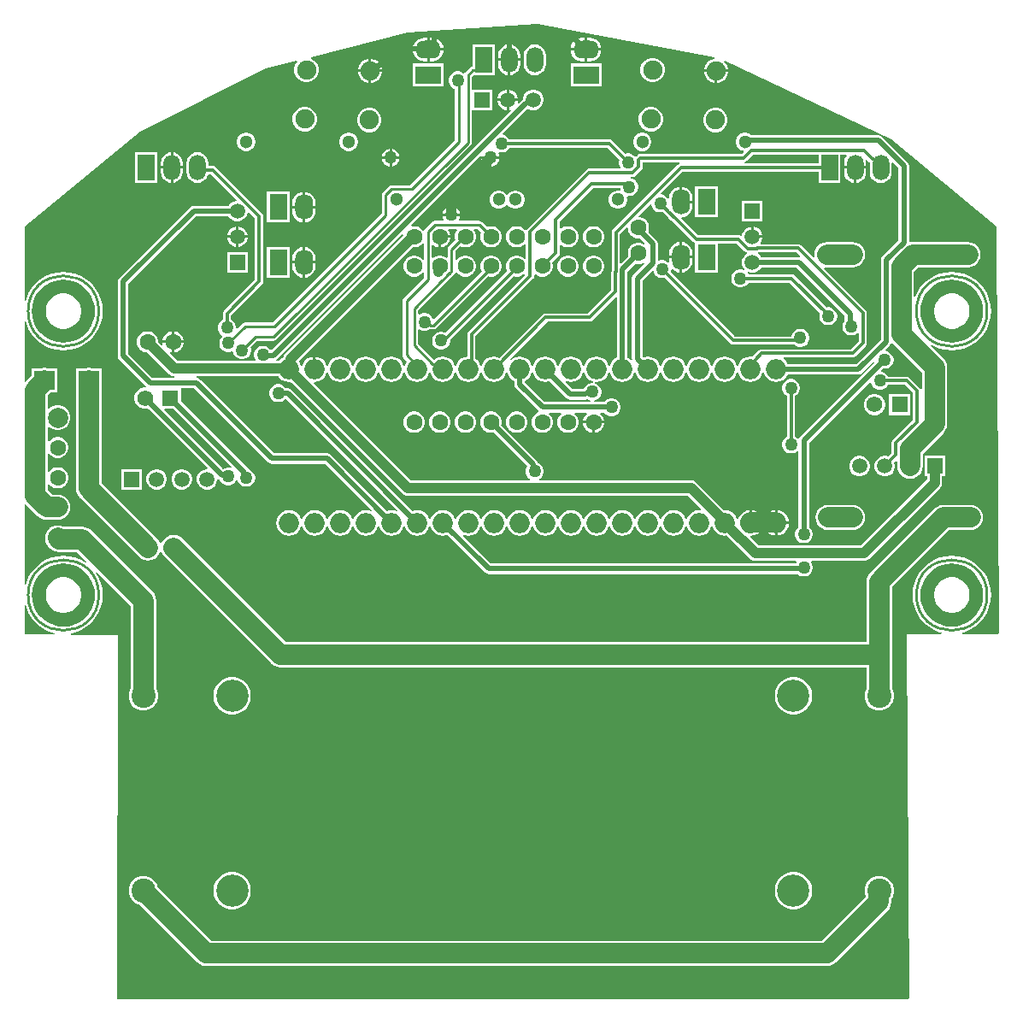
<source format=gtl>
G04*
G04 #@! TF.GenerationSoftware,Altium Limited,Altium Designer,23.6.0 (18)*
G04*
G04 Layer_Physical_Order=1*
G04 Layer_Color=16711680*
%FSLAX44Y44*%
%MOMM*%
G71*
G04*
G04 #@! TF.SameCoordinates,D83645A9-EAB1-4845-A107-50581717B435*
G04*
G04*
G04 #@! TF.FilePolarity,Positive*
G04*
G01*
G75*
%ADD11C,0.3000*%
%ADD13C,0.5000*%
%ADD14C,0.2540*%
%ADD15C,0.2000*%
%ADD18R,2.0000X1.9000*%
%ADD40C,1.0000*%
%ADD41C,2.0000*%
%ADD42R,1.7780X2.5400*%
%ADD43O,1.7780X2.5400*%
%ADD44C,1.6000*%
%ADD45C,1.5080*%
%ADD46R,1.5080X1.5080*%
%ADD47C,1.9050*%
%ADD48O,2.5400X1.7780*%
%ADD49R,2.5400X1.7780*%
%ADD50O,1.6510X2.5400*%
%ADD51R,1.6510X2.5400*%
%ADD52C,2.0000*%
%ADD53C,3.2000*%
%ADD54C,2.4000*%
%ADD55C,1.3000*%
%ADD56R,1.5080X1.5080*%
%ADD57R,1.5750X1.5750*%
%ADD58C,1.5750*%
%ADD59O,2.0000X2.0000*%
%ADD60C,1.2700*%
G36*
X926227Y1183494D02*
X926274Y1182243D01*
X923205Y1181421D01*
X920454Y1179832D01*
X918208Y1177586D01*
X916619Y1174835D01*
X915797Y1171766D01*
Y1171448D01*
X939927D01*
Y1171766D01*
X939105Y1174835D01*
X937516Y1177586D01*
X935900Y1179203D01*
X936642Y1180256D01*
X1101090Y1102360D01*
X1205230Y1016000D01*
X1207764Y613041D01*
X1206869Y612140D01*
X1171667D01*
X1171517Y613410D01*
X1173330Y613845D01*
X1178974Y616183D01*
X1184183Y619375D01*
X1188828Y623342D01*
X1192795Y627988D01*
X1195987Y633196D01*
X1198325Y638840D01*
X1199751Y644780D01*
X1200230Y650870D01*
X1199751Y656960D01*
X1198325Y662900D01*
X1195987Y668544D01*
X1192795Y673753D01*
X1188828Y678398D01*
X1184183Y682365D01*
X1178974Y685557D01*
X1173330Y687895D01*
X1167390Y689321D01*
X1161300Y689800D01*
X1155210Y689321D01*
X1149270Y687895D01*
X1143626Y685557D01*
X1138418Y682365D01*
X1133772Y678398D01*
X1129805Y673753D01*
X1126613Y668544D01*
X1124275Y662900D01*
X1122849Y656960D01*
X1122370Y650870D01*
X1122849Y644780D01*
X1124275Y638840D01*
X1126613Y633196D01*
X1129805Y627988D01*
X1133772Y623342D01*
X1138418Y619375D01*
X1143626Y616183D01*
X1149270Y613845D01*
X1151083Y613410D01*
X1150933Y612140D01*
X1116330D01*
X1118864Y251091D01*
X1117969Y250190D01*
X334910D01*
X334013Y251090D01*
X335280Y610870D01*
X289017Y611504D01*
X288875Y612776D01*
X293330Y613845D01*
X298974Y616183D01*
X304182Y619375D01*
X308828Y623342D01*
X312795Y627988D01*
X315987Y633196D01*
X318325Y638840D01*
X319751Y644780D01*
X320230Y650870D01*
X319751Y656960D01*
X318325Y662900D01*
X315987Y668544D01*
X313414Y672743D01*
X314418Y673535D01*
X348032Y639921D01*
Y558748D01*
X346891Y556772D01*
X345900Y553074D01*
Y549246D01*
X346891Y545548D01*
X348805Y542232D01*
X351512Y539525D01*
X354828Y537611D01*
X358526Y536620D01*
X362354D01*
X366052Y537611D01*
X369368Y539525D01*
X372075Y542232D01*
X373989Y545548D01*
X374980Y549246D01*
Y553074D01*
X373989Y556772D01*
X373328Y557917D01*
Y645160D01*
X372897Y648434D01*
X371634Y651484D01*
X369624Y654104D01*
X308664Y715064D01*
X306044Y717074D01*
X302994Y718337D01*
X299720Y718768D01*
X299720Y718768D01*
X281118D01*
X280430Y719165D01*
X279629Y719380D01*
X278864Y719697D01*
X278042Y719805D01*
X277241Y720020D01*
X276412D01*
X275590Y720128D01*
X274768Y720020D01*
X273939D01*
X273138Y719806D01*
X272316Y719697D01*
X271550Y719380D01*
X270750Y719165D01*
X270032Y718751D01*
X269266Y718434D01*
X268608Y717929D01*
X267890Y717514D01*
X267304Y716928D01*
X266646Y716424D01*
X266142Y715766D01*
X265555Y715180D01*
X265141Y714462D01*
X264636Y713804D01*
X264319Y713038D01*
X263905Y712320D01*
X263690Y711520D01*
X263373Y710754D01*
X263265Y709931D01*
X263050Y709131D01*
Y708302D01*
X262942Y707480D01*
X263050Y706658D01*
Y705829D01*
X263265Y705028D01*
X263373Y704206D01*
X263690Y703440D01*
X263905Y702640D01*
X264319Y701922D01*
X264636Y701156D01*
X265141Y700498D01*
X265555Y699780D01*
X266142Y699194D01*
X266646Y698536D01*
X268006Y697177D01*
X268006Y697176D01*
X270626Y695166D01*
X273676Y693903D01*
X276950Y693472D01*
X294481D01*
X303965Y683988D01*
X303173Y682984D01*
X298974Y685557D01*
X293330Y687895D01*
X287390Y689321D01*
X281300Y689800D01*
X275210Y689321D01*
X269270Y687895D01*
X263626Y685557D01*
X258417Y682365D01*
X253772Y678398D01*
X249805Y673753D01*
X246613Y668544D01*
X244275Y662900D01*
X243840Y661087D01*
X242570Y661237D01*
Y740669D01*
X243773Y741077D01*
X244106Y740642D01*
X255822Y728926D01*
X258442Y726916D01*
X261492Y725653D01*
X264766Y725222D01*
X264766Y725222D01*
X275590D01*
X278864Y725653D01*
X281914Y726916D01*
X284534Y728926D01*
X286544Y731546D01*
X287807Y734596D01*
X288238Y737870D01*
X287807Y741144D01*
X286544Y744194D01*
X284534Y746814D01*
X281914Y748824D01*
X278864Y750087D01*
X275590Y750518D01*
X270005D01*
X265698Y754825D01*
Y760593D01*
X266968Y760933D01*
X267156Y760608D01*
X269118Y758646D01*
X271522Y757258D01*
X274202Y756540D01*
X276978D01*
X279658Y757258D01*
X282062Y758646D01*
X284024Y760608D01*
X285412Y763012D01*
X286130Y765692D01*
Y768468D01*
X285412Y771148D01*
X284024Y773552D01*
X282062Y775514D01*
X279658Y776902D01*
X276978Y777620D01*
X274202D01*
X271522Y776902D01*
X269118Y775514D01*
X267156Y773552D01*
X266968Y773227D01*
X265698Y773567D01*
Y790593D01*
X266968Y790933D01*
X267156Y790608D01*
X269118Y788646D01*
X271522Y787258D01*
X274202Y786540D01*
X276978D01*
X279658Y787258D01*
X282062Y788646D01*
X284024Y790608D01*
X285412Y793012D01*
X286130Y795692D01*
Y798468D01*
X285412Y801148D01*
X284024Y803552D01*
X282062Y805514D01*
X279658Y806902D01*
X276978Y807620D01*
X274202D01*
X271522Y806902D01*
X269118Y805514D01*
X267156Y803552D01*
X266968Y803227D01*
X265698Y803567D01*
Y817178D01*
X266871Y817664D01*
X267890Y816646D01*
X270750Y814995D01*
X273939Y814140D01*
X277241D01*
X280430Y814995D01*
X283290Y816646D01*
X285625Y818980D01*
X287275Y821840D01*
X288130Y825029D01*
Y828331D01*
X287275Y831520D01*
X285625Y834380D01*
X283290Y836714D01*
X280430Y838365D01*
X277241Y839220D01*
X273939D01*
X270750Y838365D01*
X267890Y836714D01*
X266871Y835696D01*
X265698Y836182D01*
Y848521D01*
X268483Y851306D01*
X275176D01*
Y862524D01*
X275284Y863346D01*
X275176Y864168D01*
Y875386D01*
X266338D01*
X265910Y875563D01*
X262636Y875994D01*
X259362Y875563D01*
X258934Y875386D01*
X250096D01*
Y868693D01*
X244106Y862704D01*
X243773Y862269D01*
X242570Y862677D01*
Y921773D01*
X243840Y921923D01*
X244275Y920110D01*
X246613Y914466D01*
X249805Y909258D01*
X253772Y904612D01*
X258417Y900645D01*
X263626Y897453D01*
X269270Y895115D01*
X275210Y893689D01*
X281300Y893210D01*
X287390Y893689D01*
X293330Y895115D01*
X298974Y897453D01*
X304182Y900645D01*
X308828Y904612D01*
X312795Y909258D01*
X315987Y914466D01*
X318325Y920110D01*
X319751Y926050D01*
X320230Y932140D01*
X319751Y938230D01*
X318325Y944170D01*
X315987Y949814D01*
X312795Y955023D01*
X308828Y959668D01*
X304182Y963635D01*
X298974Y966827D01*
X293330Y969165D01*
X287390Y970591D01*
X281300Y971070D01*
X275210Y970591D01*
X269270Y969165D01*
X263626Y966827D01*
X258417Y963635D01*
X253772Y959668D01*
X249805Y955023D01*
X246613Y949814D01*
X244275Y944170D01*
X243840Y942357D01*
X242570Y942507D01*
Y1016000D01*
X356870Y1109980D01*
X481330Y1172210D01*
X512244Y1180008D01*
X512871Y1178904D01*
X512316Y1178348D01*
X510727Y1175597D01*
X509905Y1172528D01*
Y1169352D01*
X510727Y1166283D01*
X512316Y1163532D01*
X514562Y1161286D01*
X517313Y1159697D01*
X520382Y1158875D01*
X523558D01*
X526627Y1159697D01*
X529378Y1161286D01*
X531624Y1163532D01*
X533213Y1166283D01*
X534035Y1169352D01*
Y1172528D01*
X533213Y1175597D01*
X531624Y1178348D01*
X529378Y1180594D01*
X526627Y1182183D01*
X526270Y1182279D01*
X526279Y1183549D01*
X622300Y1207770D01*
X750570Y1216660D01*
X926227Y1183494D01*
D02*
G37*
G36*
X286174Y962915D02*
X290929Y961774D01*
X295446Y959903D01*
X299615Y957348D01*
X303333Y954173D01*
X306508Y950455D01*
X309063Y946286D01*
X310934Y941769D01*
X312075Y937014D01*
X312459Y932140D01*
X312075Y927266D01*
X310934Y922511D01*
X309063Y917994D01*
X306508Y913825D01*
X303333Y910107D01*
X299615Y906932D01*
X295446Y904377D01*
X290929Y902506D01*
X286174Y901365D01*
X281300Y900981D01*
X276426Y901365D01*
X271671Y902506D01*
X267154Y904377D01*
X262985Y906932D01*
X259267Y910107D01*
X256092Y913825D01*
X253537Y917994D01*
X251666Y922511D01*
X250525Y927266D01*
X250141Y932140D01*
X250525Y937014D01*
X251666Y941769D01*
X253537Y946286D01*
X256092Y950455D01*
X259267Y954173D01*
X262985Y957348D01*
X267154Y959903D01*
X271671Y961774D01*
X276426Y962915D01*
X281300Y963299D01*
X286174Y962915D01*
D02*
G37*
G36*
X1166174Y681645D02*
X1170929Y680504D01*
X1175446Y678633D01*
X1179615Y676078D01*
X1183333Y672903D01*
X1186508Y669185D01*
X1189063Y665016D01*
X1190934Y660499D01*
X1192075Y655744D01*
X1192459Y650870D01*
X1192075Y645996D01*
X1190934Y641241D01*
X1189063Y636724D01*
X1186508Y632555D01*
X1183333Y628837D01*
X1179615Y625662D01*
X1175446Y623107D01*
X1170929Y621236D01*
X1166174Y620094D01*
X1161300Y619711D01*
X1156426Y620094D01*
X1151671Y621236D01*
X1147154Y623107D01*
X1142985Y625662D01*
X1139267Y628837D01*
X1136092Y632555D01*
X1133537Y636724D01*
X1131666Y641241D01*
X1130525Y645996D01*
X1130141Y650870D01*
X1130525Y655744D01*
X1131666Y660499D01*
X1133537Y665016D01*
X1136092Y669185D01*
X1139267Y672903D01*
X1142985Y676078D01*
X1147154Y678633D01*
X1151671Y680504D01*
X1156426Y681645D01*
X1161300Y682029D01*
X1166174Y681645D01*
D02*
G37*
G36*
X286174D02*
X290929Y680504D01*
X295446Y678633D01*
X299615Y676078D01*
X303333Y672903D01*
X306508Y669185D01*
X309063Y665016D01*
X310934Y660499D01*
X312075Y655744D01*
X312459Y650870D01*
X312075Y645996D01*
X310934Y641241D01*
X309063Y636724D01*
X306508Y632555D01*
X303333Y628837D01*
X299615Y625662D01*
X295446Y623107D01*
X290929Y621236D01*
X286174Y620094D01*
X281300Y619711D01*
X276426Y620094D01*
X271671Y621236D01*
X267154Y623107D01*
X262985Y625662D01*
X259267Y628837D01*
X256092Y632555D01*
X253537Y636724D01*
X251666Y641241D01*
X250525Y645996D01*
X250141Y650870D01*
X250525Y655744D01*
X251666Y660499D01*
X253537Y665016D01*
X256092Y669185D01*
X259267Y672903D01*
X262985Y676078D01*
X267154Y678633D01*
X271671Y680504D01*
X276426Y681645D01*
X281300Y682029D01*
X286174Y681645D01*
D02*
G37*
G36*
X244275Y638840D02*
X246613Y633196D01*
X249805Y627988D01*
X253772Y623342D01*
X258417Y619375D01*
X263626Y616183D01*
X269270Y613845D01*
X272808Y612996D01*
X272649Y611728D01*
X242570Y612140D01*
Y640503D01*
X243840Y640653D01*
X244275Y638840D01*
D02*
G37*
%LPC*%
G36*
X802640Y1202789D02*
X800100D01*
Y1192530D01*
X814001D01*
X813776Y1194244D01*
X812624Y1197024D01*
X810792Y1199412D01*
X808404Y1201244D01*
X805624Y1202396D01*
X802640Y1202789D01*
D02*
G37*
G36*
X646430D02*
X643890D01*
Y1192530D01*
X657791D01*
X657566Y1194244D01*
X656414Y1197024D01*
X654582Y1199412D01*
X652194Y1201244D01*
X649414Y1202396D01*
X646430Y1202789D01*
D02*
G37*
G36*
X797560D02*
X795020D01*
X792036Y1202396D01*
X789256Y1201244D01*
X786868Y1199412D01*
X785036Y1197024D01*
X783884Y1194244D01*
X783659Y1192530D01*
X797560D01*
Y1202789D01*
D02*
G37*
G36*
X641350D02*
X638810D01*
X635826Y1202396D01*
X633046Y1201244D01*
X630658Y1199412D01*
X628826Y1197024D01*
X627674Y1194244D01*
X627449Y1192530D01*
X641350D01*
Y1202789D01*
D02*
G37*
G36*
X724170Y1196266D02*
Y1182370D01*
X733788D01*
Y1185545D01*
X733417Y1188363D01*
X732329Y1190989D01*
X730599Y1193244D01*
X728344Y1194974D01*
X725718Y1196062D01*
X724170Y1196266D01*
D02*
G37*
G36*
X721630D02*
X720082Y1196062D01*
X717456Y1194974D01*
X715201Y1193244D01*
X713471Y1190989D01*
X712383Y1188363D01*
X712012Y1185545D01*
Y1182370D01*
X721630D01*
Y1196266D01*
D02*
G37*
G36*
X814001Y1189990D02*
X800100D01*
Y1179731D01*
X802640D01*
X805624Y1180124D01*
X808404Y1181276D01*
X810792Y1183108D01*
X812624Y1185496D01*
X813776Y1188276D01*
X814001Y1189990D01*
D02*
G37*
G36*
X797560D02*
X783659D01*
X783884Y1188276D01*
X785036Y1185496D01*
X786868Y1183108D01*
X789256Y1181276D01*
X792036Y1180124D01*
X795020Y1179731D01*
X797560D01*
Y1189990D01*
D02*
G37*
G36*
X657791D02*
X643890D01*
Y1179731D01*
X646430D01*
X649414Y1180124D01*
X652194Y1181276D01*
X654582Y1183108D01*
X656414Y1185496D01*
X657566Y1188276D01*
X657791Y1189990D01*
D02*
G37*
G36*
X641350D02*
X627449D01*
X627674Y1188276D01*
X628826Y1185496D01*
X630658Y1183108D01*
X633046Y1181276D01*
X635826Y1180124D01*
X638810Y1179731D01*
X641350D01*
Y1189990D01*
D02*
G37*
G36*
X586550Y1182243D02*
X586232D01*
Y1171448D01*
X597027D01*
Y1171766D01*
X596205Y1174835D01*
X594616Y1177586D01*
X592370Y1179832D01*
X589619Y1181421D01*
X586550Y1182243D01*
D02*
G37*
G36*
X583692D02*
X583374D01*
X580305Y1181421D01*
X577554Y1179832D01*
X575308Y1177586D01*
X573719Y1174835D01*
X572897Y1171766D01*
Y1171448D01*
X583692D01*
Y1182243D01*
D02*
G37*
G36*
X708295Y1196340D02*
X686705D01*
Y1174634D01*
X685436Y1174382D01*
X684176Y1173540D01*
X679243Y1168607D01*
X678894Y1168084D01*
X677309Y1167873D01*
X677289Y1167894D01*
X675261Y1169064D01*
X673000Y1169670D01*
X670660D01*
X668399Y1169064D01*
X666371Y1167894D01*
X664716Y1166239D01*
X663546Y1164211D01*
X662940Y1161950D01*
Y1159610D01*
X663546Y1157349D01*
X664716Y1155321D01*
X666371Y1153666D01*
X668399Y1152496D01*
X669215Y1152277D01*
Y1101429D01*
X624651Y1056865D01*
X606600D01*
X605113Y1056569D01*
X603853Y1055727D01*
X597813Y1049687D01*
X596971Y1048427D01*
X596675Y1046941D01*
Y1028889D01*
X488611Y920825D01*
X461010D01*
X459523Y920529D01*
X458263Y919687D01*
X453390Y914814D01*
X452120Y915340D01*
Y916840D01*
X451514Y919101D01*
X450344Y921129D01*
X448689Y922784D01*
X447349Y923557D01*
Y927934D01*
X477893Y958477D01*
X478786Y959814D01*
X479099Y961390D01*
Y1026197D01*
X478786Y1027773D01*
X477893Y1029109D01*
X432209Y1074793D01*
X430873Y1075686D01*
X429297Y1075999D01*
X424908D01*
Y1078865D01*
X424537Y1081683D01*
X423449Y1084309D01*
X421719Y1086564D01*
X419464Y1088294D01*
X416838Y1089382D01*
X414020Y1089753D01*
X411202Y1089382D01*
X408576Y1088294D01*
X406321Y1086564D01*
X404591Y1084309D01*
X403503Y1081683D01*
X403132Y1078865D01*
Y1069975D01*
X403503Y1067157D01*
X404591Y1064531D01*
X406321Y1062276D01*
X408576Y1060546D01*
X411202Y1059458D01*
X414020Y1059087D01*
X416838Y1059458D01*
X419464Y1060546D01*
X421719Y1062276D01*
X423449Y1064531D01*
X424537Y1067157D01*
X424617Y1067761D01*
X427590D01*
X452858Y1042493D01*
X452372Y1041320D01*
X452233D01*
X449669Y1040633D01*
X447371Y1039306D01*
X445494Y1037429D01*
X444888Y1036379D01*
X410210D01*
X408243Y1035988D01*
X406576Y1034874D01*
X336726Y965024D01*
X335612Y963356D01*
X335221Y961390D01*
Y887730D01*
X335612Y885763D01*
X336726Y884096D01*
X363148Y857675D01*
X362878Y856699D01*
X362668Y856405D01*
X360779D01*
X358130Y855695D01*
X355755Y854324D01*
X353816Y852385D01*
X352445Y850010D01*
X351735Y847361D01*
Y844619D01*
X352445Y841970D01*
X353816Y839595D01*
X355755Y837656D01*
X358130Y836285D01*
X360779Y835575D01*
X363521D01*
X364922Y835950D01*
X423883Y776990D01*
X423357Y775720D01*
X422253D01*
X419689Y775033D01*
X417391Y773706D01*
X415514Y771829D01*
X414187Y769531D01*
X413500Y766967D01*
Y764313D01*
X414187Y761749D01*
X415514Y759451D01*
X417391Y757574D01*
X419689Y756247D01*
X422253Y755560D01*
X424907D01*
X427471Y756247D01*
X429769Y757574D01*
X431646Y759451D01*
X432973Y761749D01*
X433660Y764313D01*
Y765417D01*
X434109Y765756D01*
X434930Y766025D01*
X436135Y765219D01*
X436216Y764919D01*
X437386Y762891D01*
X439041Y761236D01*
X441069Y760066D01*
X443330Y759460D01*
X445670D01*
X447931Y760066D01*
X449959Y761236D01*
X451614Y762891D01*
X452481Y764394D01*
X453844Y764215D01*
X453996Y763649D01*
X455166Y761621D01*
X456821Y759966D01*
X458849Y758796D01*
X461110Y758190D01*
X463450D01*
X465711Y758796D01*
X467739Y759966D01*
X469394Y761621D01*
X470564Y763649D01*
X471170Y765910D01*
Y768250D01*
X470564Y770511D01*
X469394Y772539D01*
X467739Y774194D01*
X465711Y775364D01*
X464654Y775648D01*
X464440Y775967D01*
X397565Y842842D01*
Y855921D01*
X410621D01*
X484046Y782496D01*
X485714Y781382D01*
X487680Y780991D01*
X540448D01*
X586316Y735123D01*
X585597Y734046D01*
X584153Y734644D01*
X580880Y735075D01*
X577606Y734644D01*
X574555Y733381D01*
X571936Y731370D01*
X569926Y728751D01*
X568867Y726194D01*
X567492D01*
X566433Y728751D01*
X564423Y731370D01*
X561804Y733381D01*
X558753Y734644D01*
X555480Y735075D01*
X552206Y734644D01*
X549155Y733381D01*
X546536Y731370D01*
X544526Y728751D01*
X543467Y726194D01*
X542092D01*
X541033Y728751D01*
X539023Y731370D01*
X536404Y733381D01*
X533353Y734644D01*
X530079Y735075D01*
X526806Y734644D01*
X523755Y733381D01*
X521136Y731370D01*
X519126Y728751D01*
X518067Y726194D01*
X516692D01*
X515633Y728751D01*
X513623Y731370D01*
X511004Y733381D01*
X507953Y734644D01*
X504679Y735075D01*
X501406Y734644D01*
X498355Y733381D01*
X495736Y731370D01*
X493726Y728751D01*
X492462Y725700D01*
X492031Y722427D01*
X492462Y719153D01*
X493726Y716103D01*
X495736Y713483D01*
X498355Y711473D01*
X501406Y710210D01*
X504679Y709779D01*
X507953Y710210D01*
X511004Y711473D01*
X513623Y713483D01*
X515633Y716103D01*
X516692Y718659D01*
X518067D01*
X519126Y716103D01*
X521136Y713483D01*
X523755Y711473D01*
X526806Y710210D01*
X530079Y709779D01*
X533353Y710210D01*
X536404Y711473D01*
X539023Y713483D01*
X541033Y716103D01*
X542092Y718659D01*
X543467D01*
X544526Y716103D01*
X546536Y713483D01*
X549155Y711473D01*
X552206Y710210D01*
X555480Y709779D01*
X558753Y710210D01*
X561804Y711473D01*
X564423Y713483D01*
X566433Y716103D01*
X567492Y718659D01*
X568867D01*
X569926Y716103D01*
X571936Y713483D01*
X574555Y711473D01*
X577606Y710210D01*
X580880Y709779D01*
X584153Y710210D01*
X587204Y711473D01*
X589823Y713483D01*
X591833Y716103D01*
X592892Y718659D01*
X594267D01*
X595326Y716103D01*
X597336Y713483D01*
X599955Y711473D01*
X603006Y710210D01*
X606279Y709779D01*
X609553Y710210D01*
X612604Y711473D01*
X615223Y713483D01*
X617233Y716103D01*
X618292Y718659D01*
X619667D01*
X620726Y716103D01*
X622736Y713483D01*
X625355Y711473D01*
X628406Y710210D01*
X631679Y709779D01*
X634953Y710210D01*
X638004Y711473D01*
X640623Y713483D01*
X642633Y716103D01*
X643692Y718659D01*
X645067D01*
X646126Y716103D01*
X648136Y713483D01*
X650755Y711473D01*
X653806Y710210D01*
X657079Y709779D01*
X660353Y710210D01*
X661538Y710701D01*
X698963Y673276D01*
X700630Y672162D01*
X702596Y671771D01*
X1008566D01*
X1009271Y671066D01*
X1011299Y669896D01*
X1013560Y669290D01*
X1015900D01*
X1018161Y669896D01*
X1020189Y671066D01*
X1021844Y672721D01*
X1023014Y674749D01*
X1023620Y677010D01*
Y679350D01*
X1023014Y681611D01*
X1022054Y683275D01*
X1022590Y684545D01*
X1074420D01*
X1076388Y684804D01*
X1078223Y685564D01*
X1079798Y686772D01*
X1149648Y756622D01*
X1150856Y758197D01*
X1151171Y758957D01*
X1151616Y760032D01*
X1151875Y762000D01*
Y768600D01*
X1155020D01*
Y788760D01*
X1134860D01*
Y768600D01*
X1136665D01*
Y765150D01*
X1071270Y699755D01*
X969906D01*
X960977Y708684D01*
X961539Y709823D01*
X961880Y709779D01*
X965153Y710210D01*
X968204Y711473D01*
X970823Y713483D01*
X972833Y716103D01*
X973892Y718659D01*
X975267D01*
X976326Y716103D01*
X978336Y713483D01*
X980955Y711473D01*
X984006Y710210D01*
X986010Y709946D01*
Y722427D01*
Y734908D01*
X984006Y734644D01*
X980955Y733381D01*
X978336Y731370D01*
X976326Y728751D01*
X975267Y726194D01*
X973892D01*
X972833Y728751D01*
X970823Y731370D01*
X968204Y733381D01*
X965153Y734644D01*
X963149Y734908D01*
Y722427D01*
X960610D01*
Y734908D01*
X958606Y734644D01*
X955555Y733381D01*
X952936Y731370D01*
X950926Y728751D01*
X949867Y726194D01*
X948492D01*
X947433Y728751D01*
X945423Y731370D01*
X942804Y733381D01*
X939753Y734644D01*
X936479Y735075D01*
X935676Y734969D01*
X908348Y762298D01*
X906773Y763506D01*
X904938Y764266D01*
X902970Y764525D01*
X752926D01*
X752586Y765795D01*
X753489Y766316D01*
X755144Y767971D01*
X756314Y769999D01*
X756920Y772260D01*
Y774600D01*
X756314Y776861D01*
X755144Y778889D01*
X753489Y780544D01*
X751461Y781714D01*
X751438Y781721D01*
X751304Y782391D01*
X750190Y784058D01*
X714994Y819254D01*
X715393Y820741D01*
Y823516D01*
X714674Y826197D01*
X713287Y828600D01*
X711324Y830563D01*
X708921Y831950D01*
X706240Y832669D01*
X703465D01*
X700784Y831950D01*
X698381Y830563D01*
X696418Y828600D01*
X695031Y826197D01*
X694313Y823516D01*
Y820741D01*
X695031Y818060D01*
X696418Y815657D01*
X698381Y813695D01*
X700784Y812307D01*
X703465Y811589D01*
X706240D01*
X707727Y811987D01*
X740883Y778831D01*
X739746Y776861D01*
X739140Y774600D01*
Y772260D01*
X739746Y769999D01*
X740916Y767971D01*
X742571Y766316D01*
X743474Y765795D01*
X743134Y764525D01*
X625374D01*
X529069Y860830D01*
X529630Y861969D01*
X529971Y861925D01*
X533245Y862356D01*
X536295Y863619D01*
X538915Y865629D01*
X540925Y868249D01*
X541984Y870805D01*
X543358D01*
X544417Y868249D01*
X546427Y865629D01*
X549047Y863619D01*
X552097Y862356D01*
X555371Y861925D01*
X558645Y862356D01*
X561695Y863619D01*
X564315Y865629D01*
X566325Y868249D01*
X567384Y870805D01*
X568758D01*
X569817Y868249D01*
X571827Y865629D01*
X574447Y863619D01*
X577497Y862356D01*
X580771Y861925D01*
X584045Y862356D01*
X587095Y863619D01*
X589715Y865629D01*
X591725Y868249D01*
X592784Y870805D01*
X594158D01*
X595217Y868249D01*
X597227Y865629D01*
X599847Y863619D01*
X602897Y862356D01*
X606171Y861925D01*
X609445Y862356D01*
X612495Y863619D01*
X615115Y865629D01*
X617125Y868249D01*
X618184Y870805D01*
X619558D01*
X620617Y868249D01*
X622627Y865629D01*
X625247Y863619D01*
X628297Y862356D01*
X631571Y861925D01*
X634845Y862356D01*
X637895Y863619D01*
X640515Y865629D01*
X642525Y868249D01*
X643584Y870805D01*
X644958D01*
X646017Y868249D01*
X648027Y865629D01*
X650647Y863619D01*
X653697Y862356D01*
X656971Y861925D01*
X660245Y862356D01*
X663295Y863619D01*
X665915Y865629D01*
X667925Y868249D01*
X668984Y870805D01*
X670358D01*
X671417Y868249D01*
X673427Y865629D01*
X676047Y863619D01*
X679097Y862356D01*
X682371Y861925D01*
X685645Y862356D01*
X688695Y863619D01*
X691315Y865629D01*
X693325Y868249D01*
X694384Y870805D01*
X695758D01*
X696817Y868249D01*
X698827Y865629D01*
X701447Y863619D01*
X704497Y862356D01*
X707771Y861925D01*
X711045Y862356D01*
X714095Y863619D01*
X716715Y865629D01*
X718725Y868249D01*
X719784Y870805D01*
X721158D01*
X722217Y868249D01*
X724227Y865629D01*
X726847Y863619D01*
X728032Y863128D01*
Y859409D01*
X728423Y857442D01*
X729537Y855775D01*
X751950Y833363D01*
X751954Y832684D01*
X751844Y832020D01*
X751584Y831950D01*
X749181Y830563D01*
X747218Y828600D01*
X745831Y826197D01*
X745113Y823516D01*
Y820741D01*
X745831Y818060D01*
X747218Y815657D01*
X749181Y813695D01*
X751584Y812307D01*
X754265Y811589D01*
X757040D01*
X759721Y812307D01*
X762124Y813695D01*
X764087Y815657D01*
X765474Y818060D01*
X766192Y820741D01*
Y823516D01*
X765474Y826197D01*
X764087Y828600D01*
X762166Y830521D01*
X762177Y830775D01*
X762450Y831791D01*
X774255D01*
X774528Y830775D01*
X774539Y830521D01*
X772618Y828600D01*
X771231Y826197D01*
X770512Y823516D01*
Y820741D01*
X771231Y818060D01*
X772618Y815657D01*
X774581Y813695D01*
X776984Y812307D01*
X779665Y811589D01*
X782440D01*
X785121Y812307D01*
X787524Y813695D01*
X789487Y815657D01*
X790874Y818060D01*
X791592Y820741D01*
Y823516D01*
X790874Y826197D01*
X789487Y828600D01*
X787566Y830521D01*
X787577Y830775D01*
X787850Y831791D01*
X799655D01*
X799928Y830775D01*
X799939Y830521D01*
X798018Y828600D01*
X796631Y826197D01*
X795912Y823516D01*
Y823399D01*
X806453D01*
X816992D01*
Y823516D01*
X816274Y826197D01*
X814887Y828600D01*
X812966Y830521D01*
X812977Y830775D01*
X813250Y831791D01*
X816932D01*
X817116Y831471D01*
X818771Y829816D01*
X820799Y828646D01*
X823060Y828040D01*
X825400D01*
X827661Y828646D01*
X829689Y829816D01*
X831344Y831471D01*
X832514Y833499D01*
X833120Y835760D01*
Y838100D01*
X832514Y840361D01*
X831344Y842389D01*
X829689Y844044D01*
X827661Y845214D01*
X825400Y845820D01*
X823060D01*
X820799Y845214D01*
X818771Y844044D01*
X817116Y842389D01*
X816932Y842069D01*
X806737D01*
X806570Y843339D01*
X808611Y843886D01*
X810639Y845056D01*
X812294Y846711D01*
X813464Y848739D01*
X814070Y851000D01*
Y853340D01*
X813464Y855601D01*
X812294Y857629D01*
X810639Y859284D01*
X808611Y860454D01*
X807688Y860702D01*
X807440Y862083D01*
X807553Y862164D01*
X809371Y861925D01*
X812645Y862356D01*
X815695Y863619D01*
X818315Y865629D01*
X820325Y868249D01*
X821384Y870805D01*
X822758D01*
X823817Y868249D01*
X825827Y865629D01*
X828447Y863619D01*
X831497Y862356D01*
X834771Y861925D01*
X838045Y862356D01*
X841095Y863619D01*
X843715Y865629D01*
X845725Y868249D01*
X846784Y870805D01*
X848158D01*
X849217Y868249D01*
X851227Y865629D01*
X853847Y863619D01*
X856897Y862356D01*
X860171Y861925D01*
X863445Y862356D01*
X866495Y863619D01*
X869115Y865629D01*
X871125Y868249D01*
X872184Y870805D01*
X873558D01*
X874617Y868249D01*
X876627Y865629D01*
X879247Y863619D01*
X882297Y862356D01*
X885571Y861925D01*
X888845Y862356D01*
X891895Y863619D01*
X894515Y865629D01*
X896525Y868249D01*
X897584Y870805D01*
X898958D01*
X900017Y868249D01*
X902027Y865629D01*
X904647Y863619D01*
X907697Y862356D01*
X910971Y861925D01*
X914245Y862356D01*
X917295Y863619D01*
X919915Y865629D01*
X921925Y868249D01*
X922984Y870805D01*
X924358D01*
X925417Y868249D01*
X927427Y865629D01*
X930047Y863619D01*
X933097Y862356D01*
X936371Y861925D01*
X939645Y862356D01*
X942695Y863619D01*
X945315Y865629D01*
X947325Y868249D01*
X948384Y870805D01*
X949758D01*
X950817Y868249D01*
X952827Y865629D01*
X955447Y863619D01*
X958497Y862356D01*
X961771Y861925D01*
X965045Y862356D01*
X968095Y863619D01*
X970715Y865629D01*
X972725Y868249D01*
X973942Y871187D01*
X974237Y871299D01*
X974959D01*
X975254Y871187D01*
X976471Y868249D01*
X978481Y865629D01*
X981101Y863619D01*
X984151Y862356D01*
X987425Y861925D01*
X990699Y862356D01*
X993749Y863619D01*
X996369Y865629D01*
X998379Y868249D01*
X998870Y869434D01*
X1068883D01*
X1070849Y869825D01*
X1072516Y870939D01*
X1083702Y882125D01*
X1085058Y881684D01*
X1085082Y881530D01*
X1011096Y807544D01*
X1010211Y806219D01*
X1010081Y806138D01*
X1009072Y805959D01*
X1008710Y805992D01*
X1007489Y807214D01*
X1006149Y807987D01*
Y848093D01*
X1007489Y848866D01*
X1009144Y850521D01*
X1010314Y852549D01*
X1010920Y854810D01*
Y857150D01*
X1010314Y859411D01*
X1009144Y861439D01*
X1007489Y863094D01*
X1005461Y864264D01*
X1003200Y864870D01*
X1000860D01*
X998599Y864264D01*
X996571Y863094D01*
X994916Y861439D01*
X993746Y859411D01*
X993140Y857150D01*
Y854810D01*
X993746Y852549D01*
X994916Y850521D01*
X996571Y848866D01*
X997911Y848093D01*
Y807987D01*
X996571Y807214D01*
X994916Y805559D01*
X993746Y803531D01*
X993140Y801270D01*
Y798930D01*
X993746Y796669D01*
X994916Y794641D01*
X996571Y792986D01*
X998599Y791816D01*
X1000860Y791210D01*
X1003200D01*
X1005461Y791816D01*
X1007489Y792986D01*
X1008321Y793819D01*
X1009591Y793293D01*
Y718499D01*
X1009271Y718314D01*
X1007616Y716659D01*
X1006446Y714631D01*
X1005840Y712370D01*
Y710030D01*
X1006446Y707769D01*
X1007616Y705741D01*
X1009271Y704086D01*
X1011299Y702916D01*
X1013560Y702310D01*
X1015900D01*
X1018161Y702916D01*
X1020189Y704086D01*
X1021844Y705741D01*
X1023014Y707769D01*
X1023620Y710030D01*
Y712370D01*
X1023014Y714631D01*
X1021844Y716659D01*
X1020189Y718314D01*
X1019869Y718499D01*
Y801781D01*
X1080011Y861924D01*
X1081347Y861463D01*
X1081810Y859735D01*
X1082980Y857708D01*
X1084635Y856052D01*
X1086663Y854882D01*
X1088924Y854276D01*
X1091264D01*
X1093525Y854882D01*
X1095553Y856052D01*
X1097208Y857708D01*
X1097981Y859047D01*
X1115058D01*
X1122371Y851734D01*
Y824202D01*
X1102987Y804818D01*
X1102094Y803482D01*
X1101781Y801906D01*
Y791346D01*
X1098576Y788141D01*
X1096267Y788760D01*
X1093613D01*
X1091049Y788073D01*
X1088751Y786746D01*
X1086874Y784869D01*
X1085547Y782571D01*
X1084860Y780007D01*
Y777353D01*
X1085547Y774789D01*
X1086874Y772491D01*
X1088751Y770614D01*
X1091049Y769287D01*
X1093613Y768600D01*
X1096267D01*
X1098831Y769287D01*
X1101129Y770614D01*
X1103006Y772491D01*
X1104333Y774789D01*
X1105020Y777353D01*
Y780007D01*
X1104401Y782316D01*
X1106118Y784033D01*
X1107292Y783547D01*
Y778680D01*
X1107723Y775406D01*
X1108986Y772356D01*
X1110996Y769736D01*
X1113616Y767726D01*
X1116666Y766463D01*
X1119940Y766032D01*
X1123214Y766463D01*
X1126264Y767726D01*
X1128884Y769736D01*
X1130894Y772356D01*
X1132157Y775406D01*
X1132588Y778680D01*
Y790851D01*
X1153214Y811476D01*
X1153214Y811476D01*
X1155224Y814096D01*
X1156487Y817146D01*
X1156918Y820420D01*
Y876300D01*
X1156918Y876300D01*
X1156487Y879574D01*
X1155224Y882624D01*
X1153214Y885244D01*
X1153214Y885244D01*
X1140701Y897756D01*
X1141493Y898760D01*
X1143626Y897453D01*
X1149270Y895115D01*
X1155210Y893689D01*
X1161300Y893210D01*
X1167390Y893689D01*
X1173330Y895115D01*
X1178974Y897453D01*
X1184183Y900645D01*
X1188828Y904612D01*
X1192795Y909258D01*
X1195987Y914466D01*
X1198325Y920110D01*
X1199751Y926050D01*
X1200230Y932140D01*
X1199751Y938230D01*
X1198325Y944170D01*
X1195987Y949814D01*
X1192795Y955023D01*
X1188828Y959668D01*
X1184183Y963635D01*
X1178974Y966827D01*
X1173330Y969165D01*
X1167390Y970591D01*
X1161300Y971070D01*
X1155210Y970591D01*
X1149270Y969165D01*
X1143626Y966827D01*
X1138418Y963635D01*
X1133772Y959668D01*
X1129805Y955023D01*
X1126613Y949814D01*
X1125168Y946326D01*
X1123898Y946578D01*
Y971105D01*
X1128205Y975412D01*
X1177290D01*
X1180564Y975843D01*
X1183614Y977106D01*
X1186234Y979116D01*
X1188244Y981736D01*
X1189507Y984786D01*
X1189938Y988060D01*
X1189507Y991334D01*
X1188244Y994384D01*
X1186234Y997004D01*
X1183614Y999014D01*
X1180564Y1000277D01*
X1177290Y1000708D01*
X1122966D01*
X1122966Y1000708D01*
X1120199Y1000344D01*
X1119129Y1001057D01*
X1118929Y1001336D01*
Y1075690D01*
X1118538Y1077656D01*
X1117424Y1079324D01*
X1092024Y1104724D01*
X1090357Y1105838D01*
X1088390Y1106229D01*
X962686D01*
X961861Y1107054D01*
X959799Y1108244D01*
X957500Y1108860D01*
X955120D01*
X952821Y1108244D01*
X950759Y1107054D01*
X949076Y1105371D01*
X947886Y1103309D01*
X947270Y1101010D01*
Y1098630D01*
X947886Y1096331D01*
X949076Y1094269D01*
X950759Y1092586D01*
X952821Y1091396D01*
X954674Y1090900D01*
X955174Y1089604D01*
X953405Y1087834D01*
X852807D01*
X851231Y1087521D01*
X849895Y1086628D01*
X849016Y1085749D01*
X849016Y1085749D01*
X848866Y1085599D01*
X847908Y1085037D01*
X847126Y1085606D01*
X846119Y1086614D01*
X844091Y1087784D01*
X841830Y1088390D01*
X839490D01*
X837996Y1087990D01*
X824957Y1101029D01*
X823620Y1101922D01*
X822044Y1102235D01*
X723331D01*
X722558Y1103575D01*
X720902Y1105230D01*
X718875Y1106400D01*
X717147Y1106863D01*
X716686Y1108199D01*
X741465Y1132978D01*
X742869Y1132167D01*
X745433Y1131480D01*
X748087D01*
X750651Y1132167D01*
X752949Y1133494D01*
X754826Y1135371D01*
X756153Y1137669D01*
X756840Y1140233D01*
Y1142887D01*
X756153Y1145451D01*
X754826Y1147749D01*
X752949Y1149626D01*
X750651Y1150953D01*
X748087Y1151640D01*
X745433D01*
X742869Y1150953D01*
X740571Y1149626D01*
X738694Y1147749D01*
X737367Y1145451D01*
X736680Y1142887D01*
Y1142336D01*
X735501Y1141549D01*
X732231Y1138278D01*
X731092Y1138936D01*
X731440Y1140233D01*
Y1140290D01*
X722630D01*
Y1131480D01*
X722687D01*
X723984Y1131828D01*
X724642Y1130689D01*
X487705Y893752D01*
X486168Y893921D01*
X485904Y894379D01*
X484249Y896034D01*
X482221Y897204D01*
X479960Y897810D01*
X477620D01*
X475359Y897204D01*
X473331Y896034D01*
X471676Y894379D01*
X470506Y892351D01*
X469900Y890090D01*
Y887750D01*
X470506Y885489D01*
X471420Y883905D01*
X470826Y882635D01*
X394310D01*
X386587Y890359D01*
X387244Y891497D01*
X388502Y891160D01*
X388620D01*
Y900430D01*
X379350D01*
Y900312D01*
X379687Y899054D01*
X378549Y898397D01*
X375030Y901915D01*
Y903088D01*
X374312Y905768D01*
X372924Y908172D01*
X370962Y910134D01*
X368558Y911522D01*
X365878Y912240D01*
X363102D01*
X360422Y911522D01*
X358018Y910134D01*
X356056Y908172D01*
X354668Y905768D01*
X353950Y903088D01*
Y900312D01*
X354668Y897632D01*
X356056Y895228D01*
X358018Y893266D01*
X360422Y891878D01*
X363102Y891160D01*
X364275D01*
X385782Y869652D01*
X387357Y868444D01*
X388117Y868129D01*
X389192Y867684D01*
X390827Y867469D01*
X390744Y866199D01*
X369159D01*
X345499Y889858D01*
Y959261D01*
X412338Y1026101D01*
X444888D01*
X445494Y1025051D01*
X447371Y1023174D01*
X449669Y1021847D01*
X452233Y1021160D01*
X454887D01*
X457451Y1021847D01*
X459749Y1023174D01*
X461626Y1025051D01*
X462953Y1027349D01*
X463640Y1029913D01*
Y1030052D01*
X464813Y1030538D01*
X470861Y1024490D01*
Y963096D01*
X440317Y932553D01*
X439424Y931216D01*
X439111Y929640D01*
Y923557D01*
X437771Y922784D01*
X436116Y921129D01*
X434946Y919101D01*
X434340Y916840D01*
Y914500D01*
X434946Y912239D01*
X436116Y910211D01*
X437771Y908556D01*
X438080Y908378D01*
X438289Y906791D01*
X437386Y905889D01*
X436216Y903861D01*
X435610Y901600D01*
Y899260D01*
X436216Y896999D01*
X437386Y894971D01*
X439041Y893316D01*
X441069Y892146D01*
X443330Y891540D01*
X445670D01*
X447931Y892146D01*
X448026Y892200D01*
X449475Y891571D01*
X449847Y890183D01*
X451017Y888156D01*
X452673Y886501D01*
X454700Y885330D01*
X456961Y884724D01*
X459301D01*
X461562Y885330D01*
X463590Y886501D01*
X465245Y888156D01*
X466415Y890183D01*
X467021Y892444D01*
Y894785D01*
X466551Y896540D01*
X472906Y902895D01*
X489561D01*
X491047Y903191D01*
X492307Y904033D01*
X684737Y1096463D01*
X685579Y1097723D01*
X685875Y1099210D01*
Y1130212D01*
X685880Y1131480D01*
X687145Y1131480D01*
X706040D01*
Y1151640D01*
X685880Y1151640D01*
X685875Y1152908D01*
Y1164251D01*
X687484Y1165860D01*
X708295D01*
Y1196340D01*
D02*
G37*
G36*
X733788Y1179830D02*
X724170D01*
Y1165934D01*
X725718Y1166138D01*
X728344Y1167226D01*
X730599Y1168956D01*
X732329Y1171211D01*
X733417Y1173837D01*
X733788Y1176655D01*
Y1179830D01*
D02*
G37*
G36*
X721630D02*
X712012D01*
Y1176655D01*
X712383Y1173837D01*
X713471Y1171211D01*
X715201Y1168956D01*
X717456Y1167226D01*
X720082Y1166138D01*
X721630Y1165934D01*
Y1179830D01*
D02*
G37*
G36*
X748300Y1196433D02*
X745482Y1196062D01*
X742856Y1194974D01*
X740601Y1193244D01*
X738871Y1190989D01*
X737783Y1188363D01*
X737412Y1185545D01*
Y1176655D01*
X737783Y1173837D01*
X738871Y1171211D01*
X740601Y1168956D01*
X742856Y1167226D01*
X745482Y1166138D01*
X748300Y1165767D01*
X751118Y1166138D01*
X753744Y1167226D01*
X755999Y1168956D01*
X757729Y1171211D01*
X758817Y1173837D01*
X759188Y1176655D01*
Y1185545D01*
X758817Y1188363D01*
X757729Y1190989D01*
X755999Y1193244D01*
X753744Y1194974D01*
X751118Y1196062D01*
X748300Y1196433D01*
D02*
G37*
G36*
X866458Y1183005D02*
X863282D01*
X860213Y1182183D01*
X857462Y1180594D01*
X855216Y1178348D01*
X853627Y1175597D01*
X852805Y1172528D01*
Y1169352D01*
X853627Y1166283D01*
X855216Y1163532D01*
X857462Y1161286D01*
X860213Y1159697D01*
X863282Y1158875D01*
X866458D01*
X869527Y1159697D01*
X872278Y1161286D01*
X874524Y1163532D01*
X876113Y1166283D01*
X876935Y1169352D01*
Y1172528D01*
X876113Y1175597D01*
X874524Y1178348D01*
X872278Y1180594D01*
X869527Y1182183D01*
X866458Y1183005D01*
D02*
G37*
G36*
X939927Y1168908D02*
X929132D01*
Y1158113D01*
X929450D01*
X932519Y1158935D01*
X935270Y1160524D01*
X937516Y1162770D01*
X939105Y1165521D01*
X939927Y1168590D01*
Y1168908D01*
D02*
G37*
G36*
X926592D02*
X915797D01*
Y1168590D01*
X916619Y1165521D01*
X918208Y1162770D01*
X920454Y1160524D01*
X923205Y1158935D01*
X926274Y1158113D01*
X926592D01*
Y1168908D01*
D02*
G37*
G36*
X597027D02*
X586232D01*
Y1158113D01*
X586550D01*
X589619Y1158935D01*
X592370Y1160524D01*
X594616Y1162770D01*
X596205Y1165521D01*
X597027Y1168590D01*
Y1168908D01*
D02*
G37*
G36*
X583692D02*
X572897D01*
Y1168590D01*
X573719Y1165521D01*
X575308Y1162770D01*
X577554Y1160524D01*
X580305Y1158935D01*
X583374Y1158113D01*
X583692D01*
Y1168908D01*
D02*
G37*
G36*
X814070Y1177290D02*
X783590D01*
Y1154430D01*
X814070D01*
Y1177290D01*
D02*
G37*
G36*
X657860D02*
X627380D01*
Y1154430D01*
X657860D01*
Y1177290D01*
D02*
G37*
G36*
X722687Y1151640D02*
X722630D01*
Y1142830D01*
X731440D01*
Y1142887D01*
X730753Y1145451D01*
X729426Y1147749D01*
X727549Y1149626D01*
X725251Y1150953D01*
X722687Y1151640D01*
D02*
G37*
G36*
X720090D02*
X720033D01*
X717469Y1150953D01*
X715171Y1149626D01*
X713294Y1147749D01*
X711967Y1145451D01*
X711280Y1142887D01*
Y1142830D01*
X720090D01*
Y1151640D01*
D02*
G37*
G36*
Y1140290D02*
X711280D01*
Y1140233D01*
X711967Y1137669D01*
X713294Y1135371D01*
X715171Y1133494D01*
X717469Y1132167D01*
X720033Y1131480D01*
X720090D01*
Y1140290D01*
D02*
G37*
G36*
X864934Y1134491D02*
X861758D01*
X858689Y1133669D01*
X855938Y1132080D01*
X853692Y1129834D01*
X852103Y1127083D01*
X851281Y1124014D01*
Y1120838D01*
X852103Y1117769D01*
X853692Y1115018D01*
X855938Y1112772D01*
X858689Y1111183D01*
X861758Y1110361D01*
X864934D01*
X868003Y1111183D01*
X870754Y1112772D01*
X873000Y1115018D01*
X874589Y1117769D01*
X875411Y1120838D01*
Y1124014D01*
X874589Y1127083D01*
X873000Y1129834D01*
X870754Y1132080D01*
X868003Y1133669D01*
X864934Y1134491D01*
D02*
G37*
G36*
X522034D02*
X518858D01*
X515789Y1133669D01*
X513038Y1132080D01*
X510792Y1129834D01*
X509203Y1127083D01*
X508381Y1124014D01*
Y1120838D01*
X509203Y1117769D01*
X510792Y1115018D01*
X513038Y1112772D01*
X515789Y1111183D01*
X518858Y1110361D01*
X522034D01*
X525103Y1111183D01*
X527854Y1112772D01*
X530100Y1115018D01*
X531689Y1117769D01*
X532511Y1120838D01*
Y1124014D01*
X531689Y1127083D01*
X530100Y1129834D01*
X527854Y1132080D01*
X525103Y1133669D01*
X522034Y1134491D01*
D02*
G37*
G36*
X928688Y1133475D02*
X925512D01*
X922443Y1132653D01*
X919692Y1131064D01*
X917446Y1128818D01*
X915857Y1126067D01*
X915035Y1122998D01*
Y1119822D01*
X915857Y1116753D01*
X917446Y1114002D01*
X919692Y1111756D01*
X922443Y1110167D01*
X925512Y1109345D01*
X928688D01*
X931757Y1110167D01*
X934508Y1111756D01*
X936754Y1114002D01*
X938343Y1116753D01*
X939165Y1119822D01*
Y1122998D01*
X938343Y1126067D01*
X936754Y1128818D01*
X934508Y1131064D01*
X931757Y1132653D01*
X928688Y1133475D01*
D02*
G37*
G36*
X585788D02*
X582612D01*
X579543Y1132653D01*
X576792Y1131064D01*
X574546Y1128818D01*
X572957Y1126067D01*
X572135Y1122998D01*
Y1119822D01*
X572957Y1116753D01*
X574546Y1114002D01*
X576792Y1111756D01*
X579543Y1110167D01*
X582612Y1109345D01*
X585788D01*
X588857Y1110167D01*
X591608Y1111756D01*
X593854Y1114002D01*
X595443Y1116753D01*
X596265Y1119822D01*
Y1122998D01*
X595443Y1126067D01*
X593854Y1128818D01*
X591608Y1131064D01*
X588857Y1132653D01*
X585788Y1133475D01*
D02*
G37*
G36*
X855900Y1108860D02*
X853520D01*
X851221Y1108244D01*
X849159Y1107054D01*
X847476Y1105371D01*
X846286Y1103309D01*
X845670Y1101010D01*
Y1098630D01*
X846286Y1096331D01*
X847476Y1094269D01*
X849159Y1092586D01*
X851221Y1091396D01*
X853520Y1090780D01*
X855900D01*
X858199Y1091396D01*
X860261Y1092586D01*
X861944Y1094269D01*
X863134Y1096331D01*
X863750Y1098630D01*
Y1101010D01*
X863134Y1103309D01*
X861944Y1105371D01*
X860261Y1107054D01*
X858199Y1108244D01*
X855900Y1108860D01*
D02*
G37*
G36*
X565070D02*
X562690D01*
X560391Y1108244D01*
X558329Y1107054D01*
X556646Y1105371D01*
X555456Y1103309D01*
X554840Y1101010D01*
Y1098630D01*
X555456Y1096331D01*
X556646Y1094269D01*
X558329Y1092586D01*
X560391Y1091396D01*
X562690Y1090780D01*
X565070D01*
X567369Y1091396D01*
X569431Y1092586D01*
X571114Y1094269D01*
X572304Y1096331D01*
X572920Y1098630D01*
Y1101010D01*
X572304Y1103309D01*
X571114Y1105371D01*
X569431Y1107054D01*
X567369Y1108244D01*
X565070Y1108860D01*
D02*
G37*
G36*
X463470D02*
X461090D01*
X458791Y1108244D01*
X456729Y1107054D01*
X455046Y1105371D01*
X453856Y1103309D01*
X453240Y1101010D01*
Y1098630D01*
X453856Y1096331D01*
X455046Y1094269D01*
X456729Y1092586D01*
X458791Y1091396D01*
X461090Y1090780D01*
X463470D01*
X465769Y1091396D01*
X467831Y1092586D01*
X469514Y1094269D01*
X470704Y1096331D01*
X471320Y1098630D01*
Y1101010D01*
X470704Y1103309D01*
X469514Y1105371D01*
X467831Y1107054D01*
X465769Y1108244D01*
X463470Y1108860D01*
D02*
G37*
G36*
X606648Y1093031D02*
Y1085438D01*
X614241D01*
X613662Y1087599D01*
X612492Y1089626D01*
X610836Y1091282D01*
X608809Y1092452D01*
X606648Y1093031D01*
D02*
G37*
G36*
X604108D02*
X601946Y1092452D01*
X599919Y1091282D01*
X598264Y1089626D01*
X597094Y1087599D01*
X596515Y1085438D01*
X604108D01*
Y1093031D01*
D02*
G37*
G36*
X389890Y1089586D02*
Y1075690D01*
X399508D01*
Y1078865D01*
X399137Y1081683D01*
X398049Y1084309D01*
X396319Y1086564D01*
X394064Y1088294D01*
X391438Y1089382D01*
X389890Y1089586D01*
D02*
G37*
G36*
X387350D02*
X385802Y1089382D01*
X383176Y1088294D01*
X380921Y1086564D01*
X379191Y1084309D01*
X378103Y1081683D01*
X377732Y1078865D01*
Y1075690D01*
X387350D01*
Y1089586D01*
D02*
G37*
G36*
X614241Y1082898D02*
X606648D01*
Y1075305D01*
X608809Y1075884D01*
X610836Y1077054D01*
X612492Y1078709D01*
X613662Y1080736D01*
X614241Y1082898D01*
D02*
G37*
G36*
X604108D02*
X596515D01*
X597094Y1080736D01*
X598264Y1078709D01*
X599919Y1077054D01*
X601946Y1075884D01*
X604108Y1075305D01*
Y1082898D01*
D02*
G37*
G36*
X399508Y1073150D02*
X389890D01*
Y1059254D01*
X391438Y1059458D01*
X394064Y1060546D01*
X396319Y1062276D01*
X398049Y1064531D01*
X399137Y1067157D01*
X399508Y1069975D01*
Y1073150D01*
D02*
G37*
G36*
X387350D02*
X377732D01*
Y1069975D01*
X378103Y1067157D01*
X379191Y1064531D01*
X380921Y1062276D01*
X383176Y1060546D01*
X385802Y1059458D01*
X387350Y1059254D01*
Y1073150D01*
D02*
G37*
G36*
X374015Y1089660D02*
X352425D01*
Y1059180D01*
X374015D01*
Y1089660D01*
D02*
G37*
G36*
X520700Y1050221D02*
Y1036320D01*
X530959D01*
Y1038860D01*
X530566Y1041844D01*
X529414Y1044624D01*
X527582Y1047012D01*
X525194Y1048844D01*
X522414Y1049996D01*
X520700Y1050221D01*
D02*
G37*
G36*
X518160D02*
X516446Y1049996D01*
X513666Y1048844D01*
X511278Y1047012D01*
X509446Y1044624D01*
X508294Y1041844D01*
X507901Y1038860D01*
Y1036320D01*
X518160D01*
Y1050221D01*
D02*
G37*
G36*
X530959Y1033780D02*
X520700D01*
Y1019879D01*
X522414Y1020104D01*
X525194Y1021256D01*
X527582Y1023088D01*
X529414Y1025476D01*
X530566Y1028256D01*
X530959Y1031240D01*
Y1033780D01*
D02*
G37*
G36*
X518160D02*
X507901D01*
Y1031240D01*
X508294Y1028256D01*
X509446Y1025476D01*
X511278Y1023088D01*
X513666Y1021256D01*
X516446Y1020104D01*
X518160Y1019879D01*
Y1033780D01*
D02*
G37*
G36*
X505460Y1050290D02*
X482600D01*
Y1019810D01*
X505460D01*
Y1050290D01*
D02*
G37*
G36*
X454887Y1015920D02*
X454830D01*
Y1007110D01*
X463640D01*
Y1007167D01*
X462953Y1009731D01*
X461626Y1012029D01*
X459749Y1013906D01*
X457451Y1015233D01*
X454887Y1015920D01*
D02*
G37*
G36*
X452290D02*
X452233D01*
X449669Y1015233D01*
X447371Y1013906D01*
X445494Y1012029D01*
X444167Y1009731D01*
X443480Y1007167D01*
Y1007110D01*
X452290D01*
Y1015920D01*
D02*
G37*
G36*
X463640Y1004570D02*
X454830D01*
Y995760D01*
X454887D01*
X457451Y996447D01*
X459749Y997774D01*
X461626Y999651D01*
X462953Y1001949D01*
X463640Y1004513D01*
Y1004570D01*
D02*
G37*
G36*
X452290D02*
X443480D01*
Y1004513D01*
X444167Y1001949D01*
X445494Y999651D01*
X447371Y997774D01*
X449669Y996447D01*
X452233Y995760D01*
X452290D01*
Y1004570D01*
D02*
G37*
G36*
X520700Y995611D02*
Y981710D01*
X530959D01*
Y984250D01*
X530566Y987234D01*
X529414Y990014D01*
X527582Y992402D01*
X525194Y994234D01*
X522414Y995386D01*
X520700Y995611D01*
D02*
G37*
G36*
X518160D02*
X516446Y995386D01*
X513666Y994234D01*
X511278Y992402D01*
X509446Y990014D01*
X508294Y987234D01*
X507901Y984250D01*
Y981710D01*
X518160D01*
Y995611D01*
D02*
G37*
G36*
X463640Y990520D02*
X443480D01*
Y970360D01*
X463640D01*
Y990520D01*
D02*
G37*
G36*
X530959Y979170D02*
X520700D01*
Y965269D01*
X522414Y965494D01*
X525194Y966646D01*
X527582Y968478D01*
X529414Y970866D01*
X530566Y973646D01*
X530959Y976630D01*
Y979170D01*
D02*
G37*
G36*
X518160D02*
X507901D01*
Y976630D01*
X508294Y973646D01*
X509446Y970866D01*
X511278Y968478D01*
X513666Y966646D01*
X516446Y965494D01*
X518160Y965269D01*
Y979170D01*
D02*
G37*
G36*
X505460Y995680D02*
X482600D01*
Y965200D01*
X505460D01*
Y995680D01*
D02*
G37*
G36*
X391278Y912240D02*
X391160D01*
Y902970D01*
X400430D01*
Y903088D01*
X399712Y905768D01*
X398324Y908172D01*
X396362Y910134D01*
X393958Y911522D01*
X391278Y912240D01*
D02*
G37*
G36*
X388620D02*
X388502D01*
X385822Y911522D01*
X383418Y910134D01*
X381456Y908172D01*
X380068Y905768D01*
X379350Y903088D01*
Y902970D01*
X388620D01*
Y912240D01*
D02*
G37*
G36*
X400430Y900430D02*
X391160D01*
Y891160D01*
X391278D01*
X393958Y891878D01*
X396362Y893266D01*
X398324Y895228D01*
X399712Y897632D01*
X400430Y900312D01*
Y900430D01*
D02*
G37*
G36*
X1120195Y850055D02*
X1099365D01*
Y829225D01*
X1120195D01*
Y850055D01*
D02*
G37*
G36*
X1086151D02*
X1083409D01*
X1080760Y849345D01*
X1078385Y847974D01*
X1076446Y846035D01*
X1075075Y843660D01*
X1074365Y841011D01*
Y838269D01*
X1075075Y835620D01*
X1076446Y833245D01*
X1078385Y831306D01*
X1080760Y829935D01*
X1083409Y829225D01*
X1086151D01*
X1088800Y829935D01*
X1091175Y831306D01*
X1093114Y833245D01*
X1094485Y835620D01*
X1095195Y838269D01*
Y841011D01*
X1094485Y843660D01*
X1093114Y846035D01*
X1091175Y847974D01*
X1088800Y849345D01*
X1086151Y850055D01*
D02*
G37*
G36*
X816992Y820859D02*
X807723D01*
Y811589D01*
X807840D01*
X810521Y812307D01*
X812924Y813695D01*
X814887Y815657D01*
X816274Y818060D01*
X816992Y820741D01*
Y820859D01*
D02*
G37*
G36*
X805183D02*
X795912D01*
Y820741D01*
X796631Y818060D01*
X798018Y815657D01*
X799981Y813695D01*
X802384Y812307D01*
X805065Y811589D01*
X805183D01*
Y820859D01*
D02*
G37*
G36*
X731640Y832669D02*
X728865D01*
X726184Y831950D01*
X723781Y830563D01*
X721818Y828600D01*
X720431Y826197D01*
X719713Y823516D01*
Y820741D01*
X720431Y818060D01*
X721818Y815657D01*
X723781Y813695D01*
X726184Y812307D01*
X728865Y811589D01*
X731640D01*
X734321Y812307D01*
X736724Y813695D01*
X738687Y815657D01*
X740074Y818060D01*
X740792Y820741D01*
Y823516D01*
X740074Y826197D01*
X738687Y828600D01*
X736724Y830563D01*
X734321Y831950D01*
X731640Y832669D01*
D02*
G37*
G36*
X680840D02*
X678065D01*
X675384Y831950D01*
X672981Y830563D01*
X671018Y828600D01*
X669631Y826197D01*
X668913Y823516D01*
Y820741D01*
X669631Y818060D01*
X671018Y815657D01*
X672981Y813695D01*
X675384Y812307D01*
X678065Y811589D01*
X680840D01*
X683521Y812307D01*
X685924Y813695D01*
X687887Y815657D01*
X689274Y818060D01*
X689993Y820741D01*
Y823516D01*
X689274Y826197D01*
X687887Y828600D01*
X685924Y830563D01*
X683521Y831950D01*
X680840Y832669D01*
D02*
G37*
G36*
X655440D02*
X652665D01*
X649984Y831950D01*
X647581Y830563D01*
X645618Y828600D01*
X644231Y826197D01*
X643512Y823516D01*
Y820741D01*
X644231Y818060D01*
X645618Y815657D01*
X647581Y813695D01*
X649984Y812307D01*
X652665Y811589D01*
X655440D01*
X658121Y812307D01*
X660524Y813695D01*
X662487Y815657D01*
X663874Y818060D01*
X664593Y820741D01*
Y823516D01*
X663874Y826197D01*
X662487Y828600D01*
X660524Y830563D01*
X658121Y831950D01*
X655440Y832669D01*
D02*
G37*
G36*
X630040D02*
X627265D01*
X624584Y831950D01*
X622181Y830563D01*
X620218Y828600D01*
X618831Y826197D01*
X618112Y823516D01*
Y820741D01*
X618831Y818060D01*
X620218Y815657D01*
X622181Y813695D01*
X624584Y812307D01*
X627265Y811589D01*
X630040D01*
X632721Y812307D01*
X635124Y813695D01*
X637087Y815657D01*
X638474Y818060D01*
X639193Y820741D01*
Y823516D01*
X638474Y826197D01*
X637087Y828600D01*
X635124Y830563D01*
X632721Y831950D01*
X630040Y832669D01*
D02*
G37*
G36*
X1071267Y788760D02*
X1068613D01*
X1066049Y788073D01*
X1063751Y786746D01*
X1061874Y784869D01*
X1060547Y782571D01*
X1059860Y780007D01*
Y777353D01*
X1060547Y774789D01*
X1061874Y772491D01*
X1063751Y770614D01*
X1066049Y769287D01*
X1068613Y768600D01*
X1071267D01*
X1073831Y769287D01*
X1076129Y770614D01*
X1078006Y772491D01*
X1079333Y774789D01*
X1080020Y777353D01*
Y780007D01*
X1079333Y782571D01*
X1078006Y784869D01*
X1076129Y786746D01*
X1073831Y788073D01*
X1071267Y788760D01*
D02*
G37*
G36*
X399907Y775720D02*
X397253D01*
X394689Y775033D01*
X392391Y773706D01*
X390514Y771829D01*
X389187Y769531D01*
X388500Y766967D01*
Y764313D01*
X389187Y761749D01*
X390514Y759451D01*
X392391Y757574D01*
X394689Y756247D01*
X397253Y755560D01*
X399907D01*
X402471Y756247D01*
X404769Y757574D01*
X406646Y759451D01*
X407973Y761749D01*
X408660Y764313D01*
Y766967D01*
X407973Y769531D01*
X406646Y771829D01*
X404769Y773706D01*
X402471Y775033D01*
X399907Y775720D01*
D02*
G37*
G36*
X374907D02*
X372253D01*
X369689Y775033D01*
X367391Y773706D01*
X365514Y771829D01*
X364187Y769531D01*
X363500Y766967D01*
Y764313D01*
X364187Y761749D01*
X365514Y759451D01*
X367391Y757574D01*
X369689Y756247D01*
X372253Y755560D01*
X374907D01*
X377471Y756247D01*
X379769Y757574D01*
X381646Y759451D01*
X382973Y761749D01*
X383660Y764313D01*
Y766967D01*
X382973Y769531D01*
X381646Y771829D01*
X379769Y773706D01*
X377471Y775033D01*
X374907Y775720D01*
D02*
G37*
G36*
X358660D02*
X338500D01*
Y755560D01*
X358660D01*
Y775720D01*
D02*
G37*
G36*
X988549Y734908D02*
Y723697D01*
X999761D01*
X999497Y725700D01*
X998233Y728751D01*
X996223Y731370D01*
X993604Y733381D01*
X990553Y734644D01*
X988549Y734908D01*
D02*
G37*
G36*
X1062990Y740358D02*
X1038860D01*
X1035586Y739927D01*
X1032536Y738664D01*
X1029916Y736654D01*
X1027906Y734034D01*
X1026643Y730984D01*
X1026212Y727710D01*
X1026643Y724436D01*
X1027906Y721386D01*
X1029916Y718766D01*
X1032536Y716756D01*
X1035586Y715493D01*
X1038860Y715062D01*
X1062990D01*
X1066264Y715493D01*
X1069314Y716756D01*
X1071934Y718766D01*
X1073944Y721386D01*
X1075207Y724436D01*
X1075474Y726464D01*
X1075530Y726672D01*
Y726888D01*
X1075638Y727710D01*
X1075530Y728532D01*
Y729448D01*
X1075293Y730332D01*
X1075207Y730984D01*
X1074956Y731591D01*
X1074812Y732128D01*
X1074533Y732610D01*
X1073944Y734034D01*
X1071934Y736654D01*
X1069314Y738664D01*
X1066264Y739927D01*
X1062990Y740358D01*
D02*
G37*
G36*
X999761Y721157D02*
X988549D01*
Y709946D01*
X990553Y710210D01*
X993604Y711473D01*
X996223Y713483D01*
X998233Y716103D01*
X999497Y719153D01*
X999761Y721157D01*
D02*
G37*
G36*
X306324Y875994D02*
X303050Y875563D01*
X302623Y875386D01*
X293784D01*
Y864168D01*
X293676Y863346D01*
Y756566D01*
X293676Y756566D01*
X294107Y753292D01*
X295370Y750242D01*
X297380Y747622D01*
X356246Y688756D01*
X358866Y686746D01*
X361916Y685483D01*
X365190Y685052D01*
X368464Y685483D01*
X371514Y686746D01*
X374134Y688756D01*
X376144Y691376D01*
X377203Y693933D01*
X378577D01*
X379636Y691376D01*
X381646Y688756D01*
X487526Y582876D01*
X490146Y580866D01*
X493196Y579603D01*
X496470Y579172D01*
X496470Y579172D01*
X1076792D01*
Y558333D01*
X1075891Y556772D01*
X1074900Y553074D01*
Y549246D01*
X1075891Y545548D01*
X1077805Y542232D01*
X1080512Y539525D01*
X1083828Y537611D01*
X1087526Y536620D01*
X1091354D01*
X1095052Y537611D01*
X1098368Y539525D01*
X1101075Y542232D01*
X1102989Y545548D01*
X1103980Y549246D01*
Y553074D01*
X1102989Y556772D01*
X1102088Y558333D01*
Y593959D01*
X1102308Y595630D01*
X1102088Y597301D01*
Y658751D01*
X1158399Y715062D01*
X1179830D01*
X1183104Y715493D01*
X1186154Y716756D01*
X1188774Y718766D01*
X1190784Y721386D01*
X1192047Y724436D01*
X1192478Y727710D01*
X1192047Y730984D01*
X1190784Y734034D01*
X1188774Y736654D01*
X1186154Y738664D01*
X1183104Y739927D01*
X1179830Y740358D01*
X1153160D01*
X1149886Y739927D01*
X1146836Y738664D01*
X1144216Y736654D01*
X1144216Y736654D01*
X1080496Y672934D01*
X1078486Y670314D01*
X1077223Y667264D01*
X1076792Y663990D01*
X1076792Y663990D01*
Y604468D01*
X501709D01*
X399534Y706644D01*
X396914Y708654D01*
X393864Y709917D01*
X390590Y710348D01*
X387316Y709917D01*
X384266Y708654D01*
X381646Y706644D01*
X379636Y704024D01*
X378577Y701467D01*
X377203Y701467D01*
X376144Y704024D01*
X374134Y706644D01*
X318972Y761805D01*
Y863346D01*
X318864Y864168D01*
Y875386D01*
X310026D01*
X309598Y875563D01*
X306324Y875994D01*
D02*
G37*
G36*
X1006366Y569700D02*
X1002714D01*
X999132Y568988D01*
X995758Y567590D01*
X992721Y565561D01*
X990139Y562979D01*
X988110Y559942D01*
X986712Y556568D01*
X986000Y552986D01*
Y549334D01*
X986712Y545752D01*
X988110Y542378D01*
X990139Y539341D01*
X992721Y536759D01*
X995758Y534730D01*
X999132Y533332D01*
X1002714Y532620D01*
X1006366D01*
X1009948Y533332D01*
X1013322Y534730D01*
X1016359Y536759D01*
X1018941Y539341D01*
X1020970Y542378D01*
X1022367Y545752D01*
X1023080Y549334D01*
Y552986D01*
X1022367Y556568D01*
X1020970Y559942D01*
X1018941Y562979D01*
X1016359Y565561D01*
X1013322Y567590D01*
X1009948Y568988D01*
X1006366Y569700D01*
D02*
G37*
G36*
X450166D02*
X446514D01*
X442932Y568988D01*
X439558Y567590D01*
X436521Y565561D01*
X433939Y562979D01*
X431910Y559942D01*
X430513Y556568D01*
X429800Y552986D01*
Y549334D01*
X430513Y545752D01*
X431910Y542378D01*
X433939Y539341D01*
X436521Y536759D01*
X439558Y534730D01*
X442932Y533332D01*
X446514Y532620D01*
X450166D01*
X453748Y533332D01*
X457122Y534730D01*
X460159Y536759D01*
X462741Y539341D01*
X464770Y542378D01*
X466167Y545752D01*
X466880Y549334D01*
Y552986D01*
X466167Y556568D01*
X464770Y559942D01*
X462741Y562979D01*
X460159Y565561D01*
X457122Y567590D01*
X453748Y568988D01*
X450166Y569700D01*
D02*
G37*
G36*
X1006366Y376700D02*
X1002714D01*
X999132Y375988D01*
X995758Y374590D01*
X992721Y372561D01*
X990139Y369979D01*
X988110Y366942D01*
X986712Y363568D01*
X986000Y359986D01*
Y356334D01*
X986712Y352752D01*
X988110Y349378D01*
X990139Y346341D01*
X992721Y343759D01*
X995758Y341730D01*
X999132Y340332D01*
X1002714Y339620D01*
X1006366D01*
X1009948Y340332D01*
X1013322Y341730D01*
X1016359Y343759D01*
X1018941Y346341D01*
X1020970Y349378D01*
X1022367Y352752D01*
X1023080Y356334D01*
Y359986D01*
X1022367Y363568D01*
X1020970Y366942D01*
X1018941Y369979D01*
X1016359Y372561D01*
X1013322Y374590D01*
X1009948Y375988D01*
X1006366Y376700D01*
D02*
G37*
G36*
X450166D02*
X446514D01*
X442932Y375988D01*
X439558Y374590D01*
X436521Y372561D01*
X433939Y369979D01*
X431910Y366942D01*
X430513Y363568D01*
X429800Y359986D01*
Y356334D01*
X430513Y352752D01*
X431910Y349378D01*
X433939Y346341D01*
X436521Y343759D01*
X439558Y341730D01*
X442932Y340332D01*
X446514Y339620D01*
X450166D01*
X453748Y340332D01*
X457122Y341730D01*
X460159Y343759D01*
X462741Y346341D01*
X464770Y349378D01*
X466167Y352752D01*
X466880Y356334D01*
Y359986D01*
X466167Y363568D01*
X464770Y366942D01*
X462741Y369979D01*
X460159Y372561D01*
X457122Y374590D01*
X453748Y375988D01*
X450166Y376700D01*
D02*
G37*
G36*
X1091354Y372700D02*
X1087526D01*
X1083828Y371709D01*
X1080512Y369795D01*
X1077805Y367088D01*
X1075891Y363772D01*
X1074900Y360074D01*
Y356246D01*
X1075891Y352548D01*
X1076026Y352313D01*
Y352234D01*
X1032351Y308558D01*
X427929D01*
X374455Y362032D01*
X373989Y363772D01*
X372075Y367088D01*
X369368Y369795D01*
X366052Y371709D01*
X362354Y372700D01*
X358526D01*
X354828Y371709D01*
X351512Y369795D01*
X348805Y367088D01*
X346891Y363772D01*
X345900Y360074D01*
Y356246D01*
X346891Y352548D01*
X348805Y349232D01*
X351512Y346525D01*
X354828Y344611D01*
X356568Y344145D01*
X413746Y286966D01*
X413746Y286966D01*
X416366Y284956D01*
X419416Y283693D01*
X422690Y283262D01*
X1037590D01*
X1037590Y283262D01*
X1040864Y283693D01*
X1043914Y284956D01*
X1046534Y286966D01*
X1097618Y338051D01*
X1097618Y338051D01*
X1099628Y340671D01*
X1100892Y343721D01*
X1101323Y346995D01*
Y349662D01*
X1102989Y352548D01*
X1103980Y356246D01*
Y360074D01*
X1102989Y363772D01*
X1101075Y367088D01*
X1098368Y369795D01*
X1095052Y371709D01*
X1091354Y372700D01*
D02*
G37*
%LPD*%
G36*
X832170Y1082164D02*
X831770Y1080670D01*
Y1078330D01*
X832376Y1076069D01*
X833282Y1074499D01*
X832677Y1073229D01*
X801893D01*
X800317Y1072916D01*
X798980Y1072023D01*
X740697Y1013740D01*
X739962Y1012639D01*
X739206Y1012445D01*
X739139Y1012439D01*
X738523Y1012473D01*
X736722Y1014274D01*
X734318Y1015662D01*
X731638Y1016380D01*
X728862D01*
X726182Y1015662D01*
X723778Y1014274D01*
X721816Y1012312D01*
X720428Y1009908D01*
X719710Y1007228D01*
Y1004452D01*
X720428Y1001772D01*
X721816Y999368D01*
X723778Y997406D01*
X726182Y996018D01*
X728862Y995300D01*
X731638D01*
X734318Y996018D01*
X736722Y997406D01*
X738221Y998905D01*
X739491Y998379D01*
Y984091D01*
X738221Y983565D01*
X736722Y985064D01*
X734318Y986452D01*
X731638Y987170D01*
X728862D01*
X726182Y986452D01*
X723778Y985064D01*
X721816Y983102D01*
X720428Y980698D01*
X719710Y978018D01*
Y975242D01*
X720428Y972562D01*
X720988Y971592D01*
X659955Y910559D01*
X658751Y911254D01*
X656490Y911860D01*
X654150D01*
X651889Y911254D01*
X649861Y910084D01*
X648206Y908429D01*
X647036Y906401D01*
X646430Y904140D01*
Y901800D01*
X647036Y899539D01*
X648206Y897511D01*
X649861Y895856D01*
X651889Y894686D01*
X654150Y894080D01*
X656490D01*
X658751Y894686D01*
X660779Y895856D01*
X662434Y897511D01*
X663604Y899539D01*
X664210Y901800D01*
Y903826D01*
X726979Y966595D01*
X728862Y966090D01*
X731638D01*
X734318Y966808D01*
X736722Y968196D01*
X737321Y968795D01*
X738699Y968377D01*
X738754Y968100D01*
X682482Y911828D01*
X681589Y910491D01*
X681276Y908915D01*
Y887077D01*
X679097Y886790D01*
X676047Y885527D01*
X673427Y883516D01*
X671417Y880897D01*
X670358Y878340D01*
X668984D01*
X667925Y880897D01*
X665915Y883516D01*
X663295Y885527D01*
X660245Y886790D01*
X656971Y887221D01*
X653697Y886790D01*
X650647Y885527D01*
X648305Y883729D01*
X632535Y899499D01*
Y913496D01*
X633805Y914097D01*
X635379Y913188D01*
X637640Y912582D01*
X639980D01*
X642241Y913188D01*
X644143Y914286D01*
X645040Y914107D01*
X647482D01*
X648969Y914403D01*
X650229Y915245D01*
X701579Y966595D01*
X703462Y966090D01*
X706238D01*
X708918Y966808D01*
X711322Y968196D01*
X713284Y970158D01*
X714672Y972562D01*
X715390Y975242D01*
Y978018D01*
X714672Y980698D01*
X713284Y983102D01*
X711322Y985064D01*
X708918Y986452D01*
X706238Y987170D01*
X703462D01*
X700782Y986452D01*
X698378Y985064D01*
X696416Y983102D01*
X695028Y980698D01*
X694310Y978018D01*
Y975242D01*
X695028Y972562D01*
X695588Y971592D01*
X648374Y924378D01*
X647147Y924706D01*
X647094Y924904D01*
X645924Y926931D01*
X644269Y928586D01*
X642241Y929756D01*
X639980Y930362D01*
X637640D01*
X635379Y929756D01*
X633805Y928848D01*
X632535Y929449D01*
Y933111D01*
X658598Y959174D01*
X659176Y959560D01*
X663721Y964105D01*
X664703Y964913D01*
X664769Y964940D01*
X664833Y965092D01*
X664886Y965167D01*
X665620Y966106D01*
X666202Y966816D01*
X666314Y966890D01*
X668607Y969183D01*
X669449Y970443D01*
X670771Y970582D01*
X671016Y970158D01*
X672978Y968196D01*
X675382Y966808D01*
X678062Y966090D01*
X680838D01*
X683518Y966808D01*
X685922Y968196D01*
X687884Y970158D01*
X689272Y972562D01*
X689990Y975242D01*
Y978018D01*
X689272Y980698D01*
X687884Y983102D01*
X685922Y985064D01*
X683518Y986452D01*
X680838Y987170D01*
X678062D01*
X675382Y986452D01*
X672978Y985064D01*
X671016Y983102D01*
X670971Y983025D01*
X669745Y983353D01*
Y991911D01*
X674412Y996578D01*
X675382Y996018D01*
X678062Y995300D01*
X680838D01*
X683518Y996018D01*
X685922Y997406D01*
X687884Y999368D01*
X689272Y1001772D01*
X689990Y1004452D01*
Y1007228D01*
X689272Y1009908D01*
X687884Y1012312D01*
X687604Y1012592D01*
X688090Y1013765D01*
X691431D01*
X695123Y1010073D01*
X695028Y1009908D01*
X694310Y1007228D01*
Y1004452D01*
X695028Y1001772D01*
X696416Y999368D01*
X698378Y997406D01*
X700782Y996018D01*
X703462Y995300D01*
X706238D01*
X708918Y996018D01*
X711322Y997406D01*
X713284Y999368D01*
X714672Y1001772D01*
X715390Y1004452D01*
Y1007228D01*
X714672Y1009908D01*
X713284Y1012312D01*
X711322Y1014274D01*
X708918Y1015662D01*
X706238Y1016380D01*
X703462D01*
X700782Y1015662D01*
X700617Y1015567D01*
X695787Y1020397D01*
X694527Y1021239D01*
X693040Y1021535D01*
X673457D01*
X672855Y1022805D01*
X673764Y1024379D01*
X674343Y1026540D01*
X656617D01*
X657196Y1024379D01*
X658105Y1022805D01*
X657503Y1021535D01*
X649158D01*
X647672Y1021239D01*
X646411Y1020397D01*
X639493Y1013479D01*
X638651Y1012218D01*
X638639Y1012158D01*
X637300Y1011937D01*
X637084Y1012312D01*
X635122Y1014274D01*
X632718Y1015662D01*
X630038Y1016380D01*
X627262D01*
X626444Y1016161D01*
X625787Y1017299D01*
X694408Y1085920D01*
X695054Y1085438D01*
X713190D01*
X712611Y1087599D01*
X712093Y1088495D01*
X712930Y1089586D01*
X714274Y1089226D01*
X716614D01*
X718875Y1089832D01*
X720902Y1091002D01*
X722558Y1092657D01*
X723331Y1093997D01*
X820338D01*
X832170Y1082164D01*
D02*
G37*
G36*
X1029335Y1078539D02*
X956308D01*
X956183Y1079809D01*
X956687Y1079909D01*
X958024Y1080802D01*
X964262Y1087041D01*
X1029335D01*
Y1078539D01*
D02*
G37*
G36*
X1057222Y1085771D02*
X1056101Y1084309D01*
X1055013Y1081683D01*
X1054642Y1078865D01*
Y1075690D01*
X1076418D01*
Y1078865D01*
X1076047Y1081683D01*
X1077125Y1082400D01*
X1079776Y1079749D01*
X1080127Y1079514D01*
X1080042Y1078865D01*
Y1069975D01*
X1080413Y1067157D01*
X1081501Y1064531D01*
X1083231Y1062276D01*
X1085486Y1060546D01*
X1088112Y1059458D01*
X1090930Y1059087D01*
X1093748Y1059458D01*
X1096374Y1060546D01*
X1098629Y1062276D01*
X1100359Y1064531D01*
X1101447Y1067157D01*
X1101818Y1069975D01*
Y1078599D01*
X1102905Y1079308D01*
X1108651Y1073561D01*
Y1002282D01*
X1092576Y986208D01*
X1091462Y984540D01*
X1091071Y982574D01*
Y904028D01*
X1066754Y879712D01*
X998870D01*
X998379Y880897D01*
X996369Y883516D01*
X994591Y884881D01*
X995022Y886151D01*
X1062990D01*
X1064566Y886464D01*
X1065903Y887357D01*
X1076063Y897517D01*
X1076956Y898854D01*
X1077269Y900430D01*
Y930159D01*
X1076956Y931736D01*
X1076063Y933072D01*
X1034612Y974523D01*
X1035205Y975726D01*
X1037590Y975412D01*
X1062990D01*
X1066264Y975843D01*
X1069314Y977106D01*
X1071934Y979116D01*
X1073944Y981736D01*
X1075207Y984786D01*
X1075638Y988060D01*
X1075207Y991334D01*
X1073944Y994384D01*
X1071934Y997004D01*
X1069314Y999014D01*
X1066264Y1000277D01*
X1062990Y1000708D01*
X1037590D01*
X1034316Y1000277D01*
X1031266Y999014D01*
X1028646Y997004D01*
X1026636Y994384D01*
X1025373Y991334D01*
X1024942Y988060D01*
X1025256Y985675D01*
X1024053Y985082D01*
X1011812Y997323D01*
X1010475Y998216D01*
X1008899Y998529D01*
X972292D01*
X971912Y999799D01*
X973153Y1001949D01*
X973840Y1004513D01*
Y1004570D01*
X963760D01*
Y1005840D01*
X962490D01*
Y1015920D01*
X962433D01*
X959869Y1015233D01*
X957571Y1013906D01*
X955694Y1012029D01*
X954367Y1009731D01*
X953680Y1007167D01*
Y1007061D01*
X952410Y1006497D01*
X951500Y1007106D01*
X949923Y1007419D01*
X909756D01*
X893565Y1023610D01*
X894021Y1024951D01*
X895794Y1025184D01*
X898574Y1026336D01*
X900962Y1028168D01*
X902794Y1030556D01*
X903946Y1033336D01*
X904339Y1036320D01*
Y1038860D01*
X892810D01*
Y1040130D01*
X891540D01*
Y1055301D01*
X889826Y1055076D01*
X887046Y1053924D01*
X884658Y1052092D01*
X882826Y1049704D01*
X881674Y1046924D01*
X881281Y1043940D01*
X880011Y1043613D01*
X879604Y1044319D01*
X877949Y1045974D01*
X875921Y1047144D01*
X873740Y1047729D01*
X873387Y1048323D01*
X873139Y1048923D01*
X894516Y1070301D01*
X1029335D01*
Y1059180D01*
X1050925D01*
Y1087041D01*
X1056596D01*
X1057222Y1085771D01*
D02*
G37*
G36*
X891738Y1078326D02*
X891234Y1078226D01*
X889897Y1077333D01*
X825587Y1013023D01*
X824694Y1011686D01*
X824381Y1010110D01*
Y972182D01*
X824112Y970830D01*
Y953127D01*
X800934Y929949D01*
X759028D01*
X757452Y929636D01*
X756115Y928743D01*
X713250Y885877D01*
X711045Y886790D01*
X707771Y887221D01*
X704497Y886790D01*
X701447Y885527D01*
X698827Y883516D01*
X696817Y880897D01*
X695758Y878340D01*
X694384D01*
X693325Y880897D01*
X691315Y883516D01*
X689514Y884898D01*
Y907209D01*
X746523Y964217D01*
X747416Y965554D01*
X747729Y967130D01*
Y967986D01*
X748903Y968472D01*
X749178Y968196D01*
X751582Y966808D01*
X754262Y966090D01*
X757038D01*
X759718Y966808D01*
X762122Y968196D01*
X764084Y970158D01*
X765472Y972562D01*
X766190Y975242D01*
Y978018D01*
X765487Y980641D01*
X771923Y987077D01*
X772816Y988414D01*
X773129Y989990D01*
Y997196D01*
X774303Y997682D01*
X774578Y997406D01*
X776982Y996018D01*
X779662Y995300D01*
X782438D01*
X785118Y996018D01*
X787522Y997406D01*
X789484Y999368D01*
X790872Y1001772D01*
X791590Y1004452D01*
Y1007228D01*
X790872Y1009908D01*
X789484Y1012312D01*
X787522Y1014274D01*
X785118Y1015662D01*
X782438Y1016380D01*
X779662D01*
X776982Y1015662D01*
X774578Y1014274D01*
X774303Y1013998D01*
X773129Y1014484D01*
Y1021304D01*
X805616Y1053791D01*
X832693D01*
X833014Y1052622D01*
X832032Y1051640D01*
X831770Y1051710D01*
X829390D01*
X827091Y1051094D01*
X825029Y1049904D01*
X823346Y1048221D01*
X822156Y1046159D01*
X821540Y1043860D01*
Y1041480D01*
X822156Y1039181D01*
X823346Y1037119D01*
X825029Y1035436D01*
X827091Y1034246D01*
X829390Y1033630D01*
X831770D01*
X834069Y1034246D01*
X836131Y1035436D01*
X837814Y1037119D01*
X839004Y1039181D01*
X839620Y1041480D01*
Y1043860D01*
X839281Y1045124D01*
X840318Y1046161D01*
X840478Y1046118D01*
X842819D01*
X845080Y1046724D01*
X847107Y1047894D01*
X848762Y1049550D01*
X849932Y1051577D01*
X850538Y1053838D01*
Y1056179D01*
X849932Y1058440D01*
X848762Y1060467D01*
X847107Y1062122D01*
X845080Y1063292D01*
X843480Y1063721D01*
X843647Y1064991D01*
X844964D01*
X846540Y1065304D01*
X847876Y1066197D01*
X853963Y1072284D01*
X854856Y1073620D01*
X855169Y1075196D01*
Y1079596D01*
X891613D01*
X891738Y1078326D01*
D02*
G37*
G36*
X840360Y1014349D02*
Y1013342D01*
X841078Y1010662D01*
X842466Y1008258D01*
X844428Y1006296D01*
X846832Y1004908D01*
X849512Y1004190D01*
X852288D01*
X852293Y1004191D01*
X857092Y999392D01*
X856312Y998376D01*
X854968Y999152D01*
X852288Y999870D01*
X849512D01*
X846832Y999152D01*
X844428Y997764D01*
X842466Y995802D01*
X841078Y993398D01*
X840360Y990718D01*
Y987942D01*
X840758Y986456D01*
X833792Y979490D01*
X832619Y979976D01*
Y1008404D01*
X839090Y1014875D01*
X840360Y1014349D01*
D02*
G37*
G36*
X671296Y1012592D02*
X671016Y1012312D01*
X669628Y1009908D01*
X668910Y1007228D01*
Y1004452D01*
X669415Y1002569D01*
X663113Y996267D01*
X662271Y995007D01*
X661975Y993520D01*
Y985270D01*
X660802Y984784D01*
X660522Y985064D01*
X658118Y986452D01*
X655438Y987170D01*
X652662D01*
X649982Y986452D01*
X647578Y985064D01*
X647298Y984784D01*
X646125Y985270D01*
Y997200D01*
X647298Y997686D01*
X647578Y997406D01*
X649982Y996018D01*
X652662Y995300D01*
X652780D01*
Y1005840D01*
X654050D01*
Y1007110D01*
X664590D01*
Y1007228D01*
X663872Y1009908D01*
X662484Y1012312D01*
X662204Y1012592D01*
X662690Y1013765D01*
X670810D01*
X671296Y1012592D01*
D02*
G37*
G36*
X1010849Y986635D02*
X1010223Y985465D01*
X1009650Y985579D01*
X972432D01*
X971826Y986629D01*
X969949Y988506D01*
X969154Y988965D01*
X969300Y990202D01*
X969398Y990291D01*
X1007193D01*
X1010849Y986635D01*
D02*
G37*
G36*
X638355Y999117D02*
Y983353D01*
X637129Y983025D01*
X637084Y983102D01*
X635122Y985064D01*
X632718Y986452D01*
X630038Y987170D01*
X627262D01*
X624582Y986452D01*
X622178Y985064D01*
X620216Y983102D01*
X618828Y980698D01*
X618110Y978018D01*
Y975242D01*
X618828Y972562D01*
X620216Y970158D01*
X622178Y968196D01*
X624582Y966808D01*
X627262Y966090D01*
X630038D01*
X632718Y966808D01*
X635122Y968196D01*
X637084Y970158D01*
X637129Y970235D01*
X638355Y969907D01*
Y965159D01*
X618283Y945087D01*
X617441Y943827D01*
X617145Y942340D01*
Y888601D01*
X617441Y887114D01*
X618283Y885854D01*
X621756Y882381D01*
X620617Y880897D01*
X619558Y878340D01*
X618184D01*
X617125Y880897D01*
X615115Y883516D01*
X612495Y885527D01*
X609445Y886790D01*
X606171Y887221D01*
X602897Y886790D01*
X599847Y885527D01*
X597227Y883516D01*
X595217Y880897D01*
X594158Y878340D01*
X592784D01*
X591725Y880897D01*
X589715Y883516D01*
X587095Y885527D01*
X584045Y886790D01*
X580771Y887221D01*
X577497Y886790D01*
X574447Y885527D01*
X571827Y883516D01*
X569817Y880897D01*
X568758Y878340D01*
X567384D01*
X566325Y880897D01*
X564315Y883516D01*
X561695Y885527D01*
X558645Y886790D01*
X555371Y887221D01*
X552097Y886790D01*
X549047Y885527D01*
X546427Y883516D01*
X544417Y880897D01*
X543358Y878340D01*
X541984D01*
X540925Y880897D01*
X538915Y883516D01*
X536295Y885527D01*
X533245Y886790D01*
X531241Y887054D01*
Y874573D01*
X528701D01*
Y887054D01*
X526697Y886790D01*
X523647Y885527D01*
X521027Y883516D01*
X519017Y880897D01*
X517958Y878340D01*
X516584D01*
X515525Y880897D01*
X514512Y882217D01*
X627595Y995300D01*
X630038D01*
X632718Y996018D01*
X635122Y997406D01*
X637084Y999368D01*
X637129Y999445D01*
X638355Y999117D01*
D02*
G37*
G36*
X857092Y979268D02*
X845996Y968172D01*
X844882Y966505D01*
X844491Y964539D01*
Y885114D01*
X844647Y884333D01*
X844338Y884063D01*
X843478Y883698D01*
X841095Y885527D01*
X839910Y886018D01*
Y967038D01*
X840179Y968390D01*
Y971341D01*
X848026Y979188D01*
X849512Y978790D01*
X852288D01*
X854968Y979508D01*
X856312Y980284D01*
X857092Y979268D01*
D02*
G37*
G36*
X863027Y1037963D02*
X863621Y1037610D01*
X864206Y1035429D01*
X865376Y1033401D01*
X867031Y1031746D01*
X869059Y1030576D01*
X871320Y1029970D01*
X873660D01*
X875154Y1030370D01*
X878578Y1026946D01*
X878632Y1026846D01*
X880752Y1024262D01*
X883336Y1022142D01*
X883436Y1022088D01*
X905137Y1000387D01*
X906474Y999494D01*
X906780Y999434D01*
Y970280D01*
X929640D01*
Y999181D01*
X948217D01*
X955901Y991497D01*
X955901Y991497D01*
X956051Y991347D01*
X957387Y990454D01*
X958145Y990304D01*
X958365Y988965D01*
X957571Y988506D01*
X955694Y986629D01*
X954367Y984331D01*
X953680Y981767D01*
Y979113D01*
X954367Y976549D01*
X955694Y974251D01*
X956061Y973883D01*
X955282Y972867D01*
X955274Y972871D01*
X953013Y973477D01*
X950672D01*
X948411Y972871D01*
X946384Y971701D01*
X944729Y970046D01*
X943559Y968019D01*
X942953Y965758D01*
Y963417D01*
X943559Y961156D01*
X944729Y959129D01*
X946384Y957474D01*
X948411Y956303D01*
X950672Y955697D01*
X953013D01*
X955274Y956303D01*
X957301Y957474D01*
X958957Y959129D01*
X959730Y960468D01*
X1000937D01*
X1030685Y930720D01*
X1030576Y930531D01*
X1029970Y928270D01*
Y925930D01*
X1030576Y923669D01*
X1031746Y921641D01*
X1033401Y919986D01*
X1035429Y918816D01*
X1037690Y918210D01*
X1040030D01*
X1042291Y918816D01*
X1044319Y919986D01*
X1045974Y921641D01*
X1047144Y923669D01*
X1047750Y925930D01*
Y928270D01*
X1047144Y930531D01*
X1045974Y932559D01*
X1044319Y934214D01*
X1042291Y935384D01*
X1040030Y935990D01*
X1037690D01*
X1037197Y935858D01*
X1005555Y967500D01*
X1004219Y968393D01*
X1002643Y968706D01*
X959730D01*
X958957Y970046D01*
X958811Y970192D01*
X959591Y971208D01*
X959869Y971047D01*
X962433Y970360D01*
X965087D01*
X967651Y971047D01*
X969949Y972374D01*
X971826Y974251D01*
X972432Y975301D01*
X1007522D01*
X1055311Y927512D01*
Y923719D01*
X1055338Y923585D01*
Y922900D01*
X1054836Y922399D01*
X1053666Y920371D01*
X1053060Y918110D01*
Y915770D01*
X1053666Y913509D01*
X1054836Y911481D01*
X1056491Y909826D01*
X1058519Y908656D01*
X1060780Y908050D01*
X1063120D01*
X1065381Y908656D01*
X1067409Y909826D01*
X1067858Y910275D01*
X1069031Y909789D01*
Y902136D01*
X1061284Y894389D01*
X972820D01*
X971244Y894076D01*
X969907Y893183D01*
X963787Y887063D01*
X963721Y886964D01*
X961771Y887221D01*
X958497Y886790D01*
X955447Y885527D01*
X952827Y883516D01*
X950817Y880897D01*
X949758Y878340D01*
X948384D01*
X947325Y880897D01*
X945315Y883516D01*
X942695Y885527D01*
X939645Y886790D01*
X936371Y887221D01*
X933097Y886790D01*
X930047Y885527D01*
X927427Y883516D01*
X925417Y880897D01*
X924358Y878340D01*
X922984D01*
X921925Y880897D01*
X919915Y883516D01*
X917295Y885527D01*
X914245Y886790D01*
X910971Y887221D01*
X907697Y886790D01*
X904647Y885527D01*
X902027Y883516D01*
X900017Y880897D01*
X898958Y878340D01*
X897584D01*
X896525Y880897D01*
X894515Y883516D01*
X891895Y885527D01*
X888845Y886790D01*
X885571Y887221D01*
X882297Y886790D01*
X879247Y885527D01*
X876627Y883516D01*
X874617Y880897D01*
X873558Y878340D01*
X872184D01*
X871125Y880897D01*
X869115Y883516D01*
X866495Y885527D01*
X863445Y886790D01*
X860171Y887221D01*
X856897Y886790D01*
X855712Y886299D01*
X854769Y887242D01*
Y962410D01*
X864379Y972021D01*
X865796Y971641D01*
X866180Y970208D01*
X867350Y968181D01*
X869005Y966526D01*
X871032Y965355D01*
X873294Y964750D01*
X875634D01*
X877128Y965150D01*
X942221Y900057D01*
X943557Y899164D01*
X945134Y898851D01*
X1005511D01*
X1005736Y898626D01*
X1007763Y897456D01*
X1010024Y896850D01*
X1012365D01*
X1014626Y897456D01*
X1016653Y898626D01*
X1018308Y900281D01*
X1019479Y902309D01*
X1020085Y904570D01*
Y906910D01*
X1019479Y909171D01*
X1018308Y911199D01*
X1016653Y912854D01*
X1014626Y914024D01*
X1012365Y914630D01*
X1010024D01*
X1007763Y914024D01*
X1005736Y912854D01*
X1004081Y911199D01*
X1002910Y909171D01*
X1002352Y907089D01*
X946840D01*
X882954Y970975D01*
X883354Y972469D01*
Y973171D01*
X884624Y973603D01*
X884658Y973558D01*
X887046Y971726D01*
X889826Y970574D01*
X891540Y970349D01*
Y984250D01*
X881281D01*
Y981710D01*
X881360Y981112D01*
X880157Y980519D01*
X879922Y980753D01*
X877895Y981924D01*
X875634Y982530D01*
X873294D01*
X871279Y981990D01*
X870009Y982617D01*
Y998881D01*
X869618Y1000848D01*
X868504Y1002515D01*
X860588Y1010430D01*
X860722Y1010662D01*
X861440Y1013342D01*
Y1016118D01*
X860722Y1018798D01*
X859334Y1021202D01*
X857372Y1023164D01*
X854968Y1024552D01*
X852288Y1025270D01*
X851281D01*
X850755Y1026540D01*
X862427Y1038211D01*
X863027Y1037963D01*
D02*
G37*
G36*
X1166174Y962915D02*
X1170929Y961774D01*
X1175446Y959903D01*
X1179615Y957348D01*
X1183333Y954173D01*
X1186508Y950455D01*
X1189063Y946286D01*
X1190934Y941769D01*
X1192075Y937014D01*
X1192459Y932140D01*
X1192075Y927266D01*
X1190934Y922511D01*
X1189063Y917994D01*
X1186508Y913825D01*
X1183333Y910107D01*
X1179615Y906932D01*
X1175446Y904377D01*
X1170929Y902506D01*
X1166174Y901365D01*
X1161300Y900981D01*
X1156426Y901365D01*
X1151671Y902506D01*
X1147154Y904377D01*
X1142985Y906932D01*
X1139267Y910107D01*
X1136092Y913825D01*
X1133537Y917994D01*
X1131666Y922511D01*
X1130525Y927266D01*
X1130141Y932140D01*
X1130525Y937014D01*
X1131666Y941769D01*
X1133537Y946286D01*
X1136092Y950455D01*
X1139267Y954173D01*
X1142985Y957348D01*
X1147154Y959903D01*
X1151671Y961774D01*
X1156426Y962915D01*
X1161300Y963299D01*
X1166174Y962915D01*
D02*
G37*
G36*
X617706Y1007423D02*
X617727Y1006942D01*
X501107Y890322D01*
X499898Y888747D01*
X499138Y886913D01*
X498997Y885837D01*
X498247Y885527D01*
X495627Y883516D01*
X494951Y882635D01*
X492529D01*
X492144Y883905D01*
X492892Y884405D01*
X616413Y1007926D01*
X617706Y1007423D01*
D02*
G37*
G36*
X829632Y945338D02*
Y886018D01*
X828447Y885527D01*
X825827Y883516D01*
X823817Y880897D01*
X822758Y878340D01*
X821384D01*
X820325Y880897D01*
X818315Y883516D01*
X815695Y885527D01*
X812645Y886790D01*
X809371Y887221D01*
X806097Y886790D01*
X803047Y885527D01*
X800427Y883516D01*
X798417Y880897D01*
X797358Y878340D01*
X795984D01*
X794925Y880897D01*
X792915Y883516D01*
X790295Y885527D01*
X787245Y886790D01*
X783971Y887221D01*
X780697Y886790D01*
X777647Y885527D01*
X775027Y883516D01*
X773017Y880897D01*
X771958Y878340D01*
X770584D01*
X769525Y880897D01*
X767515Y883516D01*
X764895Y885527D01*
X761845Y886790D01*
X758571Y887221D01*
X755297Y886790D01*
X752247Y885527D01*
X749627Y883516D01*
X747617Y880897D01*
X746558Y878340D01*
X745184D01*
X744125Y880897D01*
X742115Y883516D01*
X739495Y885527D01*
X736445Y886790D01*
X733171Y887221D01*
X729897Y886790D01*
X726847Y885527D01*
X724694Y883875D01*
X723855Y884832D01*
X760734Y921711D01*
X802640D01*
X804216Y922024D01*
X805553Y922917D01*
X828459Y945824D01*
X829632Y945338D01*
D02*
G37*
G36*
X1102335Y900348D02*
X1131622Y871061D01*
Y854859D01*
X1130352Y854734D01*
X1130296Y855016D01*
X1129403Y856353D01*
X1119677Y866079D01*
X1118340Y866972D01*
X1116764Y867285D01*
X1097981D01*
X1097208Y868625D01*
X1095553Y870280D01*
X1093525Y871450D01*
X1091797Y871913D01*
X1091336Y873249D01*
X1093213Y875126D01*
X1093570Y875030D01*
X1095910D01*
X1098171Y875636D01*
X1100199Y876806D01*
X1101854Y878461D01*
X1103024Y880489D01*
X1103630Y882750D01*
Y885090D01*
X1103024Y887351D01*
X1101854Y889379D01*
X1100199Y891034D01*
X1098171Y892204D01*
X1096126Y892752D01*
X1095519Y893942D01*
X1099844Y898266D01*
X1100958Y899933D01*
X1101005Y900172D01*
X1101783Y900353D01*
X1102335Y900348D01*
D02*
G37*
G36*
X798417Y868249D02*
X800427Y865629D01*
X803047Y863619D01*
X805819Y862471D01*
X806032Y862189D01*
X805440Y861074D01*
X805375Y861060D01*
X805284Y861060D01*
X804010D01*
X801749Y860454D01*
X799721Y859284D01*
X798066Y857629D01*
X796896Y855601D01*
X796712Y854917D01*
X796490Y854769D01*
X785642D01*
X778534Y861877D01*
X779253Y862954D01*
X780697Y862356D01*
X783971Y861925D01*
X787245Y862356D01*
X790295Y863619D01*
X792915Y865629D01*
X794925Y868249D01*
X795984Y870805D01*
X797358D01*
X798417Y868249D01*
D02*
G37*
G36*
X747617D02*
X749627Y865629D01*
X752247Y863619D01*
X755297Y862356D01*
X758571Y861925D01*
X761845Y862356D01*
X763030Y862847D01*
X779880Y845996D01*
X781547Y844882D01*
X783514Y844491D01*
X798401D01*
X800111Y844831D01*
X801749Y843886D01*
X803790Y843339D01*
X803623Y842069D01*
X757778D01*
X738310Y861537D01*
Y863128D01*
X739495Y863619D01*
X742115Y865629D01*
X744125Y868249D01*
X745184Y870805D01*
X746558D01*
X747617Y868249D01*
D02*
G37*
G36*
X447921Y777952D02*
X447264Y776813D01*
X445670Y777240D01*
X443330D01*
X441069Y776634D01*
X439613Y775794D01*
X381006Y834402D01*
X381492Y835575D01*
X390298D01*
X447921Y777952D01*
D02*
G37*
G36*
X495627Y865629D02*
X498247Y863619D01*
X501297Y862356D01*
X504571Y861925D01*
X506244Y862145D01*
X616846Y751542D01*
X618421Y750334D01*
X619181Y750019D01*
X620256Y749574D01*
X622224Y749315D01*
X899820D01*
X913036Y736098D01*
X912443Y734895D01*
X911079Y735075D01*
X907806Y734644D01*
X904755Y733381D01*
X902136Y731370D01*
X900126Y728751D01*
X899067Y726194D01*
X897692D01*
X896633Y728751D01*
X894623Y731370D01*
X892004Y733381D01*
X888953Y734644D01*
X885679Y735075D01*
X882406Y734644D01*
X879355Y733381D01*
X876736Y731370D01*
X874726Y728751D01*
X873667Y726194D01*
X872292D01*
X871233Y728751D01*
X869223Y731370D01*
X866604Y733381D01*
X863553Y734644D01*
X860279Y735075D01*
X857006Y734644D01*
X853955Y733381D01*
X851336Y731370D01*
X849326Y728751D01*
X848267Y726194D01*
X846892D01*
X845833Y728751D01*
X843823Y731370D01*
X841204Y733381D01*
X838153Y734644D01*
X834880Y735075D01*
X831606Y734644D01*
X828555Y733381D01*
X825936Y731370D01*
X823926Y728751D01*
X822867Y726194D01*
X821492D01*
X820433Y728751D01*
X818423Y731370D01*
X815804Y733381D01*
X812753Y734644D01*
X809480Y735075D01*
X806206Y734644D01*
X803155Y733381D01*
X800536Y731370D01*
X798526Y728751D01*
X797467Y726194D01*
X796092D01*
X795033Y728751D01*
X793023Y731370D01*
X790404Y733381D01*
X787353Y734644D01*
X784080Y735075D01*
X780806Y734644D01*
X777755Y733381D01*
X775136Y731370D01*
X773126Y728751D01*
X772067Y726194D01*
X770692D01*
X769633Y728751D01*
X767623Y731370D01*
X765004Y733381D01*
X761953Y734644D01*
X758680Y735075D01*
X755406Y734644D01*
X752355Y733381D01*
X749736Y731370D01*
X747726Y728751D01*
X746667Y726194D01*
X745292D01*
X744233Y728751D01*
X742223Y731370D01*
X739604Y733381D01*
X736553Y734644D01*
X733279Y735075D01*
X730006Y734644D01*
X726955Y733381D01*
X724336Y731370D01*
X722326Y728751D01*
X721267Y726194D01*
X719892D01*
X718833Y728751D01*
X716823Y731370D01*
X714204Y733381D01*
X711153Y734644D01*
X707879Y735075D01*
X704606Y734644D01*
X701555Y733381D01*
X698936Y731370D01*
X696926Y728751D01*
X695867Y726194D01*
X694492D01*
X693433Y728751D01*
X691423Y731370D01*
X688804Y733381D01*
X685753Y734644D01*
X682479Y735075D01*
X679206Y734644D01*
X676155Y733381D01*
X673536Y731370D01*
X671526Y728751D01*
X670467Y726194D01*
X669092D01*
X668033Y728751D01*
X666023Y731370D01*
X663404Y733381D01*
X660353Y734644D01*
X657079Y735075D01*
X653806Y734644D01*
X650755Y733381D01*
X648136Y731370D01*
X646126Y728751D01*
X645067Y726194D01*
X643692D01*
X642633Y728751D01*
X640623Y731370D01*
X638004Y733381D01*
X634953Y734644D01*
X631679Y735075D01*
X628406Y734644D01*
X627220Y734153D01*
X507045Y854328D01*
X505378Y855442D01*
X503412Y855834D01*
X501447D01*
X501144Y856359D01*
X499489Y858014D01*
X497461Y859184D01*
X495200Y859790D01*
X492860D01*
X490599Y859184D01*
X488571Y858014D01*
X486916Y856359D01*
X485746Y854331D01*
X485140Y852070D01*
Y849730D01*
X485746Y847469D01*
X486916Y845441D01*
X488571Y843786D01*
X490599Y842616D01*
X492860Y842010D01*
X495200D01*
X497461Y842616D01*
X499489Y843786D01*
X501144Y845441D01*
X502124Y844715D01*
X611716Y735123D01*
X610997Y734046D01*
X609553Y734644D01*
X606279Y735075D01*
X603006Y734644D01*
X601820Y734153D01*
X546210Y789764D01*
X544543Y790878D01*
X542576Y791269D01*
X489809D01*
X416384Y864694D01*
X414717Y865808D01*
X412970Y866155D01*
X413095Y867425D01*
X494249D01*
X495627Y865629D01*
D02*
G37*
G36*
X925526Y716103D02*
X927536Y713483D01*
X930155Y711473D01*
X933206Y710210D01*
X936479Y709779D01*
X938152Y709999D01*
X961379Y686772D01*
X962954Y685564D01*
X964788Y684804D01*
X966756Y684545D01*
X1006870D01*
X1007406Y683275D01*
X1006698Y682049D01*
X704725D01*
X677042Y709731D01*
X677762Y710808D01*
X679206Y710210D01*
X682479Y709779D01*
X685753Y710210D01*
X688804Y711473D01*
X691423Y713483D01*
X693433Y716103D01*
X694492Y718659D01*
X695867D01*
X696926Y716103D01*
X698936Y713483D01*
X701555Y711473D01*
X704606Y710210D01*
X707879Y709779D01*
X711153Y710210D01*
X714204Y711473D01*
X716823Y713483D01*
X718833Y716103D01*
X719892Y718659D01*
X721267D01*
X722326Y716103D01*
X724336Y713483D01*
X726955Y711473D01*
X730006Y710210D01*
X733279Y709779D01*
X736553Y710210D01*
X739604Y711473D01*
X742223Y713483D01*
X744233Y716103D01*
X745292Y718659D01*
X746667D01*
X747726Y716103D01*
X749736Y713483D01*
X752355Y711473D01*
X755406Y710210D01*
X758680Y709779D01*
X761953Y710210D01*
X765004Y711473D01*
X767623Y713483D01*
X769633Y716103D01*
X770692Y718659D01*
X772067D01*
X773126Y716103D01*
X775136Y713483D01*
X777755Y711473D01*
X780806Y710210D01*
X784080Y709779D01*
X787353Y710210D01*
X790404Y711473D01*
X793023Y713483D01*
X795033Y716103D01*
X796092Y718659D01*
X797467D01*
X798526Y716103D01*
X800536Y713483D01*
X803155Y711473D01*
X806206Y710210D01*
X809480Y709779D01*
X812753Y710210D01*
X815804Y711473D01*
X818423Y713483D01*
X820433Y716103D01*
X821492Y718659D01*
X822867D01*
X823926Y716103D01*
X825936Y713483D01*
X828555Y711473D01*
X831606Y710210D01*
X834880Y709779D01*
X838153Y710210D01*
X841204Y711473D01*
X843823Y713483D01*
X845833Y716103D01*
X846892Y718659D01*
X848267D01*
X849326Y716103D01*
X851336Y713483D01*
X853955Y711473D01*
X857006Y710210D01*
X860279Y709779D01*
X863553Y710210D01*
X866604Y711473D01*
X869223Y713483D01*
X871233Y716103D01*
X872292Y718659D01*
X873667D01*
X874726Y716103D01*
X876736Y713483D01*
X879355Y711473D01*
X882406Y710210D01*
X885679Y709779D01*
X888953Y710210D01*
X892004Y711473D01*
X894623Y713483D01*
X896633Y716103D01*
X897692Y718659D01*
X899067D01*
X900126Y716103D01*
X902136Y713483D01*
X904755Y711473D01*
X907806Y710210D01*
X911079Y709779D01*
X914353Y710210D01*
X917404Y711473D01*
X920023Y713483D01*
X922033Y716103D01*
X923092Y718659D01*
X924467D01*
X925526Y716103D01*
D02*
G37*
%LPC*%
G36*
X713190Y1082898D02*
X705596D01*
Y1075305D01*
X707758Y1075884D01*
X709785Y1077054D01*
X711440Y1078709D01*
X712611Y1080736D01*
X713190Y1082898D01*
D02*
G37*
G36*
X703056D02*
X695463D01*
X696042Y1080736D01*
X697213Y1078709D01*
X698868Y1077054D01*
X700895Y1075884D01*
X703056Y1075305D01*
Y1082898D01*
D02*
G37*
G36*
X730170Y1051710D02*
X727790D01*
X725491Y1051094D01*
X723429Y1049904D01*
X721746Y1048221D01*
X721360Y1047552D01*
X720090D01*
X719704Y1048221D01*
X718021Y1049904D01*
X715959Y1051094D01*
X713660Y1051710D01*
X711280D01*
X708981Y1051094D01*
X706919Y1049904D01*
X705236Y1048221D01*
X704046Y1046159D01*
X703430Y1043860D01*
Y1041480D01*
X704046Y1039181D01*
X705236Y1037119D01*
X706919Y1035436D01*
X708981Y1034246D01*
X711280Y1033630D01*
X713660D01*
X715959Y1034246D01*
X718021Y1035436D01*
X719704Y1037119D01*
X720090Y1037788D01*
X721360D01*
X721746Y1037119D01*
X723429Y1035436D01*
X725491Y1034246D01*
X727790Y1033630D01*
X730170D01*
X732469Y1034246D01*
X734531Y1035436D01*
X736214Y1037119D01*
X737404Y1039181D01*
X738020Y1041480D01*
Y1043860D01*
X737404Y1046159D01*
X736214Y1048221D01*
X734531Y1049904D01*
X732469Y1051094D01*
X730170Y1051710D01*
D02*
G37*
G36*
X666750Y1036673D02*
Y1029080D01*
X674343D01*
X673764Y1031241D01*
X672594Y1033269D01*
X670939Y1034924D01*
X668911Y1036094D01*
X666750Y1036673D01*
D02*
G37*
G36*
X664210D02*
X662049Y1036094D01*
X660021Y1034924D01*
X658366Y1033269D01*
X657196Y1031241D01*
X656617Y1029080D01*
X664210D01*
Y1036673D01*
D02*
G37*
G36*
X1076418Y1073150D02*
X1066800D01*
Y1059254D01*
X1068348Y1059458D01*
X1070974Y1060546D01*
X1073229Y1062276D01*
X1074959Y1064531D01*
X1076047Y1067157D01*
X1076418Y1069975D01*
Y1073150D01*
D02*
G37*
G36*
X1064260D02*
X1054642D01*
Y1069975D01*
X1055013Y1067157D01*
X1056101Y1064531D01*
X1057831Y1062276D01*
X1060086Y1060546D01*
X1062712Y1059458D01*
X1064260Y1059254D01*
Y1073150D01*
D02*
G37*
G36*
X894080Y1055301D02*
Y1041400D01*
X904339D01*
Y1043940D01*
X903946Y1046924D01*
X902794Y1049704D01*
X900962Y1052092D01*
X898574Y1053924D01*
X895794Y1055076D01*
X894080Y1055301D01*
D02*
G37*
G36*
X929640Y1055370D02*
X906780D01*
Y1024890D01*
X929640D01*
Y1055370D01*
D02*
G37*
G36*
X973840Y1041320D02*
X953680D01*
Y1021160D01*
X973840D01*
Y1041320D01*
D02*
G37*
G36*
X965087Y1015920D02*
X965030D01*
Y1007110D01*
X973840D01*
Y1007167D01*
X973153Y1009731D01*
X971826Y1012029D01*
X969949Y1013906D01*
X967651Y1015233D01*
X965087Y1015920D01*
D02*
G37*
G36*
X807838Y1016380D02*
X805062D01*
X802382Y1015662D01*
X799978Y1014274D01*
X798016Y1012312D01*
X796628Y1009908D01*
X795910Y1007228D01*
Y1004452D01*
X796628Y1001772D01*
X798016Y999368D01*
X799978Y997406D01*
X802382Y996018D01*
X805062Y995300D01*
X807838D01*
X810518Y996018D01*
X812922Y997406D01*
X814884Y999368D01*
X816272Y1001772D01*
X816990Y1004452D01*
Y1007228D01*
X816272Y1009908D01*
X814884Y1012312D01*
X812922Y1014274D01*
X810518Y1015662D01*
X807838Y1016380D01*
D02*
G37*
G36*
Y987170D02*
X805062D01*
X802382Y986452D01*
X799978Y985064D01*
X798016Y983102D01*
X796628Y980698D01*
X795910Y978018D01*
Y975242D01*
X796628Y972562D01*
X798016Y970158D01*
X799978Y968196D01*
X802382Y966808D01*
X805062Y966090D01*
X807838D01*
X810518Y966808D01*
X812922Y968196D01*
X814884Y970158D01*
X816272Y972562D01*
X816990Y975242D01*
Y978018D01*
X816272Y980698D01*
X814884Y983102D01*
X812922Y985064D01*
X810518Y986452D01*
X807838Y987170D01*
D02*
G37*
G36*
X782438D02*
X779662D01*
X776982Y986452D01*
X774578Y985064D01*
X772616Y983102D01*
X771228Y980698D01*
X770510Y978018D01*
Y975242D01*
X771228Y972562D01*
X772616Y970158D01*
X774578Y968196D01*
X776982Y966808D01*
X779662Y966090D01*
X782438D01*
X785118Y966808D01*
X787522Y968196D01*
X789484Y970158D01*
X790872Y972562D01*
X791590Y975242D01*
Y978018D01*
X790872Y980698D01*
X789484Y983102D01*
X787522Y985064D01*
X785118Y986452D01*
X782438Y987170D01*
D02*
G37*
G36*
X664590Y1004570D02*
X655320D01*
Y995300D01*
X655438D01*
X658118Y996018D01*
X660522Y997406D01*
X662484Y999368D01*
X663872Y1001772D01*
X664590Y1004452D01*
Y1004570D01*
D02*
G37*
G36*
X894080Y1000691D02*
Y986790D01*
X904339D01*
Y989330D01*
X903946Y992314D01*
X902794Y995094D01*
X900962Y997482D01*
X898574Y999314D01*
X895794Y1000466D01*
X894080Y1000691D01*
D02*
G37*
G36*
X891540D02*
X889826Y1000466D01*
X887046Y999314D01*
X884658Y997482D01*
X882826Y995094D01*
X881674Y992314D01*
X881281Y989330D01*
Y986790D01*
X891540D01*
Y1000691D01*
D02*
G37*
G36*
X904339Y984250D02*
X894080D01*
Y970349D01*
X895794Y970574D01*
X898574Y971726D01*
X900962Y973558D01*
X902794Y975946D01*
X903946Y978726D01*
X904339Y981710D01*
Y984250D01*
D02*
G37*
G36*
X1163027Y949680D02*
X1159573D01*
X1156184Y949006D01*
X1152992Y947684D01*
X1150119Y945764D01*
X1147676Y943321D01*
X1145756Y940448D01*
X1144434Y937256D01*
X1143760Y933867D01*
Y930413D01*
X1144434Y927024D01*
X1145756Y923832D01*
X1147676Y920959D01*
X1150119Y918516D01*
X1152992Y916596D01*
X1156184Y915274D01*
X1159573Y914600D01*
X1163027D01*
X1166416Y915274D01*
X1169608Y916596D01*
X1172481Y918516D01*
X1174924Y920959D01*
X1176844Y923832D01*
X1178166Y927024D01*
X1178840Y930413D01*
Y933867D01*
X1178166Y937256D01*
X1176844Y940448D01*
X1174924Y943321D01*
X1172481Y945764D01*
X1169608Y947684D01*
X1166416Y949006D01*
X1163027Y949680D01*
D02*
G37*
G36*
X283027D02*
X279573D01*
X276184Y949006D01*
X272992Y947684D01*
X270119Y945764D01*
X267676Y943321D01*
X265756Y940448D01*
X264434Y937256D01*
X263760Y933867D01*
Y930413D01*
X264434Y927024D01*
X265756Y923832D01*
X267676Y920959D01*
X270119Y918516D01*
X272992Y916596D01*
X276184Y915274D01*
X279573Y914600D01*
X283027D01*
X286416Y915274D01*
X289608Y916596D01*
X292481Y918516D01*
X294924Y920959D01*
X296844Y923832D01*
X298166Y927024D01*
X298840Y930413D01*
Y933867D01*
X298166Y937256D01*
X296844Y940448D01*
X294924Y943321D01*
X292481Y945764D01*
X289608Y947684D01*
X286416Y949006D01*
X283027Y949680D01*
D02*
G37*
G36*
X1163027Y668410D02*
X1159573D01*
X1156184Y667736D01*
X1152992Y666414D01*
X1150119Y664494D01*
X1147676Y662051D01*
X1145756Y659178D01*
X1144434Y655986D01*
X1143760Y652598D01*
Y649143D01*
X1144434Y645754D01*
X1145756Y642562D01*
X1147676Y639689D01*
X1150119Y637246D01*
X1152992Y635326D01*
X1156184Y634004D01*
X1159573Y633330D01*
X1163027D01*
X1166416Y634004D01*
X1169608Y635326D01*
X1172481Y637246D01*
X1174924Y639689D01*
X1176844Y642562D01*
X1178166Y645754D01*
X1178840Y649143D01*
Y652598D01*
X1178166Y655986D01*
X1176844Y659178D01*
X1174924Y662051D01*
X1172481Y664494D01*
X1169608Y666414D01*
X1166416Y667736D01*
X1163027Y668410D01*
D02*
G37*
G36*
X283027D02*
X279573D01*
X276184Y667736D01*
X272992Y666414D01*
X270119Y664494D01*
X267676Y662051D01*
X265756Y659178D01*
X264434Y655986D01*
X263760Y652598D01*
Y649143D01*
X264434Y645754D01*
X265756Y642562D01*
X267676Y639689D01*
X270119Y637246D01*
X272992Y635326D01*
X276184Y634004D01*
X279573Y633330D01*
X283027D01*
X286416Y634004D01*
X289608Y635326D01*
X292481Y637246D01*
X294924Y639689D01*
X296844Y642562D01*
X298166Y645754D01*
X298840Y649143D01*
Y652598D01*
X298166Y655986D01*
X296844Y659178D01*
X294924Y662051D01*
X292481Y664494D01*
X289608Y666414D01*
X286416Y667736D01*
X283027Y668410D01*
D02*
G37*
%LPD*%
D11*
X881785Y1029566D02*
G03*
X886055Y1025295I11026J6755D01*
G01*
X822044Y1098116D02*
X840660Y1079500D01*
X715444Y1098116D02*
X822044D01*
X1062990Y890270D02*
X1073150Y900430D01*
X1008899Y994410D02*
X1073150Y930159D01*
Y900430D02*
Y930159D01*
X968707Y994410D02*
X1008899D01*
X949923Y1003300D02*
X958813Y994410D01*
X958813D01*
X958963Y994260D02*
X968557D01*
X958813Y994410D02*
X958963Y994260D01*
X968557D02*
X968707Y994410D01*
X886055Y1025294D02*
X908050Y1003300D01*
X886055Y1025295D02*
X886055Y1025294D01*
X908050Y1003300D02*
X949923D01*
X972820Y890270D02*
X1062990D01*
X1090094Y863166D02*
X1116764D01*
X1126490Y822496D02*
Y853440D01*
X1116764Y863166D02*
X1126490Y853440D01*
X1094940Y778680D02*
X1105900Y789640D01*
Y801906D02*
X1126490Y822496D01*
X1105900Y789640D02*
Y801906D01*
X416560Y1071880D02*
X429297D01*
X474980Y1026197D01*
X414020Y1074420D02*
X416560Y1071880D01*
X1002030Y800100D02*
Y855980D01*
X966700Y884150D02*
X972820Y890270D01*
X961771Y879173D02*
X966700Y884102D01*
Y884150D01*
X874464Y973640D02*
X945134Y902970D01*
X1005800D01*
X1008570Y905740D01*
X1011195D01*
X951843Y964587D02*
X1002643D01*
X1038860Y928370D01*
X839023Y1055008D02*
X841648D01*
X836122Y1057910D02*
X839023Y1055008D01*
X803910Y1057910D02*
X836122D01*
X755650Y976630D02*
X769010Y989990D01*
Y1023010D01*
X803910Y1057910D01*
X801893Y1069110D02*
X844964D01*
X743610Y1010827D02*
X801893Y1069110D01*
X685395Y908915D02*
X743610Y967130D01*
Y1010827D01*
X685395Y877597D02*
Y908915D01*
X844964Y1069110D02*
X851050Y1075196D01*
X852807Y1083715D02*
X955111D01*
X851929Y1082836D02*
X852807Y1083715D01*
X851050Y1081958D02*
X851929Y1082836D01*
X851050Y1075196D02*
Y1081958D01*
X961771Y874573D02*
Y879173D01*
X872490Y1038860D02*
X881785Y1029566D01*
X759028Y925830D02*
X802640D01*
X828231Y951421D01*
X828500Y971099D02*
Y1010110D01*
X828231Y951421D02*
Y970830D01*
X828500Y971099D01*
X707771Y874573D02*
X759028Y925830D01*
X443230Y929640D02*
X474980Y961390D01*
Y1026197D01*
X443230Y915670D02*
Y929640D01*
X682371Y874573D02*
X685395Y877597D01*
X828500Y1010110D02*
X892810Y1074420D01*
X1040130D01*
X962556Y1091160D02*
X1074190D01*
X1082688Y1082662D01*
X955111Y1083715D02*
X962556Y1091160D01*
X1082688Y1082662D02*
X1083478D01*
X1090930Y1075209D01*
Y1074420D02*
Y1075209D01*
D13*
X1060477Y918413D02*
X1061950Y916940D01*
X1060477Y918413D02*
Y923692D01*
X1060450Y923719D02*
X1060477Y923692D01*
X1009650Y980440D02*
X1060450Y929640D01*
Y923719D02*
Y929640D01*
X963760Y980440D02*
X1009650D01*
X849630Y964539D02*
X864870Y979779D01*
X850569Y1013182D02*
X864870Y998881D01*
Y979779D02*
Y998881D01*
X850569Y1013182D02*
Y1014399D01*
X835040Y973470D02*
X850900Y989330D01*
X834771Y968121D02*
X835040Y968390D01*
Y973470D01*
X834771Y874573D02*
Y968121D01*
X849630Y885114D02*
Y964539D01*
Y885114D02*
X860171Y874573D01*
X744032Y1141560D02*
X746760D01*
X479672Y888038D02*
X489258D01*
X739135Y1137915D01*
X740387D01*
X744032Y1141560D01*
X478790Y888920D02*
X479672Y888038D01*
X584962Y1170178D02*
X588518D01*
X610361Y1192021D01*
X643381D02*
X643425D01*
X610361D02*
X641859D01*
X642620Y1191260D01*
X503412Y850695D02*
X631679Y722427D01*
X494235Y850695D02*
X503412D01*
X494030Y850900D02*
X494235Y850695D01*
X704853Y822129D02*
X746557Y780424D01*
X1014730Y711200D02*
Y803910D01*
X1094740Y883920D01*
X1013460Y676910D02*
X1014730Y678180D01*
X702596Y676910D02*
X1013460D01*
X657079Y722427D02*
X702596Y676910D01*
X340360Y887730D02*
Y961390D01*
X367030Y861060D02*
X412750D01*
X340360Y887730D02*
X367030Y861060D01*
X412750D02*
X487680Y786130D01*
X542576D01*
X987425Y874573D02*
X1068883D01*
X1113790Y1000154D02*
Y1075690D01*
X1096210Y982574D02*
X1113790Y1000154D01*
X1096210Y901900D02*
Y982574D01*
X1068883Y874573D02*
X1096210Y901900D01*
X955040Y1101090D02*
X1088390D01*
X1113790Y1075690D01*
X410210Y1031240D02*
X453390D01*
X340360Y961390D02*
X410210Y1031240D01*
X542576Y786130D02*
X606279Y722427D01*
X755650Y836930D02*
X824230D01*
X733171Y859409D02*
X755650Y836930D01*
X803707Y850697D02*
X805180Y852170D01*
X799468Y850697D02*
X803707D01*
X798401Y849630D02*
X799468Y850697D01*
X783514Y849630D02*
X798401D01*
X758571Y874573D02*
X783514Y849630D01*
X362150Y845990D02*
X362150D01*
X438317Y769823D01*
X443027D01*
X444500Y768350D01*
X387150Y845990D02*
X460807Y772333D01*
Y768553D02*
Y772333D01*
Y768553D02*
X462280Y767080D01*
X733171Y859409D02*
Y874573D01*
X643425Y1192021D02*
X648568Y1197164D01*
Y1202301D01*
X651497Y1205230D01*
X722900D01*
Y1181100D02*
Y1205230D01*
X784860D02*
X790336Y1199754D01*
X722900Y1205230D02*
X784860D01*
X790336Y1199403D02*
X798478Y1191260D01*
X790336Y1199403D02*
Y1199754D01*
X798478Y1191260D02*
X798830D01*
D14*
X661986Y967884D02*
G03*
X661712Y967590I1714J-1874D01*
G01*
X661986Y967884D02*
G03*
X663567Y969637I-7936J8746D01*
G01*
X316300Y650870D02*
G03*
X316300Y650870I-35000J0D01*
G01*
Y932140D02*
G03*
X316300Y932140I-35000J0D01*
G01*
X1196300D02*
G03*
X1196300Y932140I-35000J0D01*
G01*
Y650870D02*
G03*
X1196300Y650870I-35000J0D01*
G01*
X647482Y917992D02*
X704850Y975360D01*
X645040Y917992D02*
X647482D01*
X641559Y921472D02*
X645040Y917992D01*
X638810Y921472D02*
X641559D01*
X656237Y962307D02*
X656429D01*
X661712Y967590D01*
X628650Y934720D02*
X656237Y962307D01*
X665860Y971930D02*
Y993520D01*
X663567Y969637D02*
X665860Y971930D01*
X628650Y897890D02*
Y934720D01*
X652246Y874573D02*
X656971D01*
X647523Y879296D02*
X652246Y874573D01*
X647244Y879296D02*
X647523D01*
X628650Y897890D02*
X647244Y879296D01*
X621030Y888601D02*
X631571Y878060D01*
X621030Y942340D02*
X642240Y963550D01*
X621030Y888601D02*
Y942340D01*
X600560Y1027280D02*
Y1046941D01*
X606600Y1052980D01*
X490220Y916940D02*
X600560Y1027280D01*
X626260Y1052980D02*
X673100Y1099820D01*
X606600Y1052980D02*
X626260D01*
X671830Y1160780D02*
X673100Y1159510D01*
Y1099820D02*
Y1159510D01*
X444500Y900430D02*
X461010Y916940D01*
X490220D01*
X458131Y893614D02*
X471297Y906780D01*
X489561D02*
X681990Y1099210D01*
X471297Y906780D02*
X489561D01*
X681990Y1165860D02*
X686923Y1170793D01*
X681990Y1099210D02*
Y1165860D01*
X697230Y1177508D02*
Y1181100D01*
X686923Y1170793D02*
X690515D01*
X697230Y1177508D01*
X693040Y1017650D02*
X704850Y1005840D01*
X649158Y1017650D02*
X693040D01*
X642240Y1010732D02*
X649158Y1017650D01*
X679450Y1005840D02*
X680720D01*
X678180D02*
X679450D01*
X665860Y993520D02*
X678180Y1005840D01*
X642240Y963550D02*
Y1010732D01*
X631571Y874573D02*
Y878060D01*
X655320Y902970D02*
X657860D01*
X731520Y976630D01*
X1089440Y354110D02*
Y358160D01*
X360440Y352353D02*
Y358160D01*
D15*
X316300Y650870D02*
G03*
X316300Y650870I-35000J0D01*
G01*
Y932140D02*
G03*
X316300Y932140I-35000J0D01*
G01*
X1196300D02*
G03*
X1196300Y932140I-35000J0D01*
G01*
Y650870D02*
G03*
X1196300Y650870I-35000J0D01*
G01*
D18*
X262636Y863346D02*
D03*
X306324D02*
D03*
D40*
X704326Y1083604D02*
Y1084168D01*
X665480Y1044757D02*
X704326Y1083604D01*
X665480Y1027810D02*
Y1044757D01*
X504571Y874573D02*
X506484Y876486D01*
Y884944D01*
X628650Y1007110D01*
X902970Y756920D02*
X938530Y721360D01*
X504571Y874573D02*
X622224Y756920D01*
X902970D01*
X938038Y720868D02*
X966756Y692150D01*
X391160Y875030D02*
X504571D01*
X364490Y901700D02*
X391160Y875030D01*
X1144270Y762000D02*
Y778510D01*
X1074420Y692150D02*
X1144270Y762000D01*
X966756Y692150D02*
X1074420D01*
X652780Y975360D02*
X652902Y975238D01*
Y971239D02*
Y975238D01*
X652780Y971117D02*
X652902Y971239D01*
X584478Y1168678D02*
X585470Y1169670D01*
D41*
X1119940Y796090D02*
X1144270Y820420D01*
X1111250Y909320D02*
X1144270Y876300D01*
Y820420D02*
Y876300D01*
X1119940Y778680D02*
Y796090D01*
X1038860Y727710D02*
X1062990D01*
X390590Y697700D02*
X496470Y591820D01*
X1085850D01*
X253050Y853760D02*
X262636Y863346D01*
X253050Y749586D02*
Y853760D01*
Y749586D02*
X264766Y737870D01*
X1037590Y988060D02*
X1062990D01*
X1111250Y909320D02*
Y976344D01*
X1176990Y988060D02*
X1177290D01*
X1151590D02*
X1176990D01*
X1122966D02*
X1151590D01*
X1111250Y976344D02*
X1122966Y988060D01*
X1153160Y727710D02*
X1179830D01*
X1089440Y663990D02*
X1153160Y727710D01*
X1089440Y595630D02*
Y663990D01*
Y551160D02*
Y595410D01*
X1089660Y595630D01*
X1085850Y591820D02*
X1089440Y595410D01*
X306324Y756566D02*
X365190Y697700D01*
X306324Y756566D02*
Y863346D01*
X360680Y551180D02*
Y645160D01*
X276950Y706120D02*
X299720D01*
X360680Y645160D01*
X961880Y722427D02*
X962083Y722630D01*
X986790D01*
X264766Y737870D02*
X275590D01*
Y707480D02*
X276950Y706120D01*
X1088675Y358425D02*
X1089660Y359410D01*
X1088675Y346995D02*
Y358425D01*
X1037590Y295910D02*
X1088675Y346995D01*
X360440Y358160D02*
X422690Y295910D01*
X1037590D01*
D42*
X918210Y1040130D02*
D03*
X494030Y980440D02*
D03*
Y1035050D02*
D03*
X918210Y985520D02*
D03*
D43*
X892810Y1040130D02*
D03*
X519430Y980440D02*
D03*
Y1035050D02*
D03*
X892810Y985520D02*
D03*
D44*
X389890Y901700D02*
D03*
X364490D02*
D03*
X390590Y697700D02*
D03*
X365190D02*
D03*
X628652Y822129D02*
D03*
X654053D02*
D03*
X679453D02*
D03*
X704853D02*
D03*
X730253D02*
D03*
X755652D02*
D03*
X781052D02*
D03*
X806452D02*
D03*
X806450Y976630D02*
D03*
X781050D02*
D03*
X755650D02*
D03*
X730250D02*
D03*
X704850D02*
D03*
X679450D02*
D03*
X654050D02*
D03*
X628650D02*
D03*
X850900Y1014730D02*
D03*
Y989330D02*
D03*
X628650Y1005840D02*
D03*
X654050D02*
D03*
X679450D02*
D03*
X704850D02*
D03*
X730250D02*
D03*
X755650D02*
D03*
X781050D02*
D03*
X806450D02*
D03*
X1153290Y728060D02*
D03*
X1178690D02*
D03*
X1039590Y728060D02*
D03*
X1064990D02*
D03*
X1151590Y988060D02*
D03*
X1176990D02*
D03*
X1037590D02*
D03*
X1062990D02*
D03*
X275590Y737080D02*
D03*
Y767080D02*
D03*
Y797080D02*
D03*
D45*
X963760Y1005840D02*
D03*
Y980440D02*
D03*
X373580Y765640D02*
D03*
X423580D02*
D03*
X398580D02*
D03*
X721360Y1141560D02*
D03*
X746760D02*
D03*
X1119940Y778680D02*
D03*
X1069940D02*
D03*
X1094940D02*
D03*
X453560Y1031240D02*
D03*
Y1005840D02*
D03*
D46*
X963760Y1031240D02*
D03*
X453560Y980440D02*
D03*
D47*
X863346Y1122426D02*
D03*
X927862Y1170178D02*
D03*
X927100Y1121410D02*
D03*
X864870Y1170940D02*
D03*
X521970D02*
D03*
X584200Y1121410D02*
D03*
X584962Y1170178D02*
D03*
X520446Y1122426D02*
D03*
D48*
X798830Y1191260D02*
D03*
X642620D02*
D03*
D49*
X798830Y1165860D02*
D03*
X642620D02*
D03*
D50*
X748300Y1181100D02*
D03*
X722900D02*
D03*
X388620Y1074420D02*
D03*
X414020D02*
D03*
X1065530D02*
D03*
X1090930D02*
D03*
D51*
X697500Y1181100D02*
D03*
X363220Y1074420D02*
D03*
X1040130D02*
D03*
D52*
X275590Y707480D02*
D03*
Y826680D02*
D03*
D53*
X1004540Y551160D02*
D03*
Y358160D02*
D03*
X448340Y551160D02*
D03*
Y358160D02*
D03*
D54*
X360440D02*
D03*
X1089440D02*
D03*
Y551160D02*
D03*
X360440D02*
D03*
D55*
X854710Y1099820D02*
D03*
X956310D02*
D03*
X563880D02*
D03*
X462280D02*
D03*
X830580Y1042670D02*
D03*
X728980D02*
D03*
X610870D02*
D03*
X712470D02*
D03*
D56*
X348580Y765640D02*
D03*
X695960Y1141560D02*
D03*
X1144940Y778680D02*
D03*
D57*
X1109780Y839640D02*
D03*
X387150Y845990D02*
D03*
D58*
X1084780Y839640D02*
D03*
X362150Y845990D02*
D03*
D59*
X834771Y874573D02*
D03*
X809371D02*
D03*
X783971D02*
D03*
X758571D02*
D03*
X707771D02*
D03*
X682371D02*
D03*
X656971D02*
D03*
X733171D02*
D03*
X860171D02*
D03*
X961771D02*
D03*
X936371D02*
D03*
X910971D02*
D03*
X987425D02*
D03*
X885571D02*
D03*
X631679Y722427D02*
D03*
X606279D02*
D03*
X682479D02*
D03*
X580880D02*
D03*
X555480D02*
D03*
X530079D02*
D03*
X504679D02*
D03*
X657079D02*
D03*
X707879D02*
D03*
X809480D02*
D03*
X733279D02*
D03*
X758680D02*
D03*
X784080D02*
D03*
X834880D02*
D03*
X860279D02*
D03*
X961880D02*
D03*
X936479D02*
D03*
X911079D02*
D03*
X987280D02*
D03*
X885679D02*
D03*
X631571Y874573D02*
D03*
X529971D02*
D03*
X606171D02*
D03*
X504571D02*
D03*
X555371D02*
D03*
X580771D02*
D03*
D60*
X1061950Y916940D02*
D03*
X605378Y1084168D02*
D03*
X704326D02*
D03*
X665480Y1027810D02*
D03*
X1002030Y800100D02*
D03*
Y855980D02*
D03*
X1011195Y905740D02*
D03*
X1038860Y927100D02*
D03*
X874464Y973640D02*
D03*
X951843Y964587D02*
D03*
X841648Y1055008D02*
D03*
X1090094Y863166D02*
D03*
X443230Y915670D02*
D03*
X638810Y921472D02*
D03*
X715444Y1098116D02*
D03*
X840660Y1079500D02*
D03*
X872490Y1038860D02*
D03*
X671830Y1160780D02*
D03*
X458131Y893614D02*
D03*
X444500Y900430D02*
D03*
X655320Y902970D02*
D03*
X494030Y850900D02*
D03*
X478790Y888920D02*
D03*
X748030Y773430D02*
D03*
X1094740Y883920D02*
D03*
X1014730Y711200D02*
D03*
Y678180D02*
D03*
X824230Y836930D02*
D03*
X805180Y852170D02*
D03*
X462280Y767080D02*
D03*
X444500Y768350D02*
D03*
M02*

</source>
